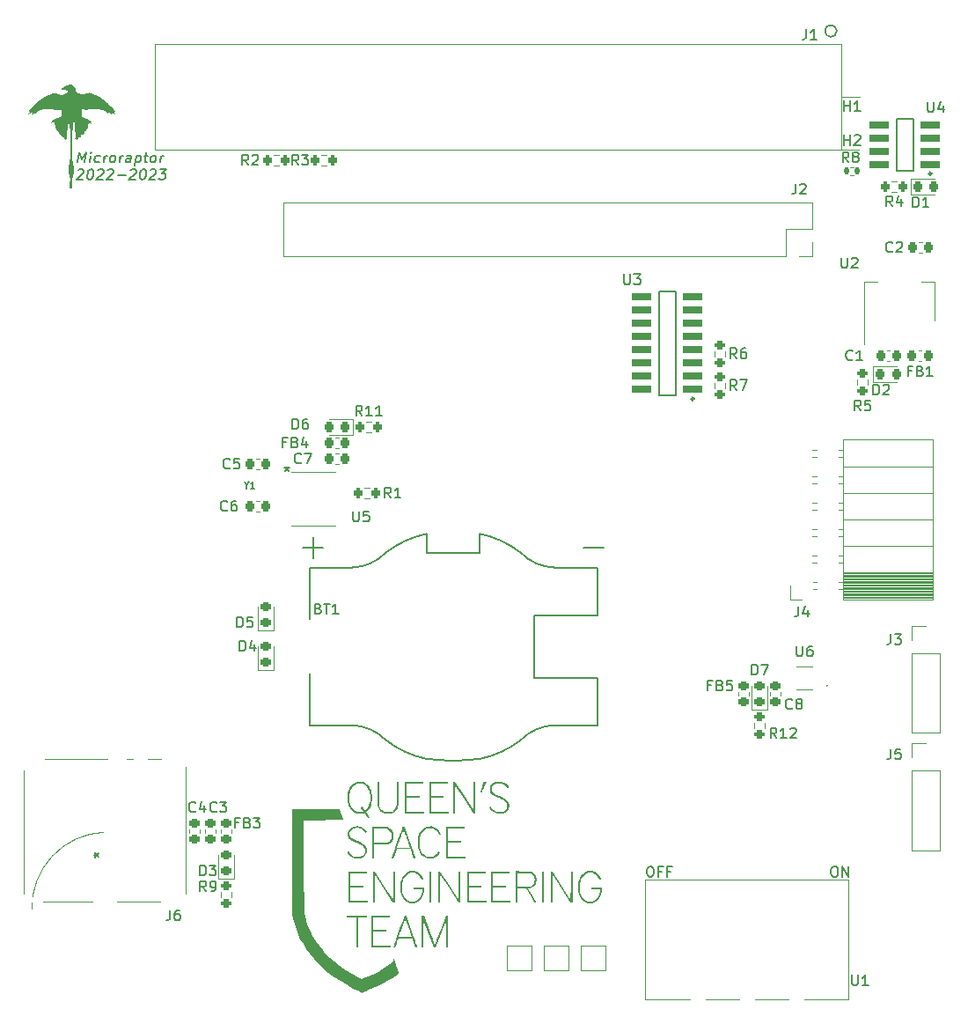
<source format=gto>
G04 #@! TF.GenerationSoftware,KiCad,Pcbnew,(6.0.7)*
G04 #@! TF.CreationDate,2022-12-20T16:10:49-05:00*
G04 #@! TF.ProjectId,obc-db,6f62632d-6462-42e6-9b69-6361645f7063,rev?*
G04 #@! TF.SameCoordinates,Original*
G04 #@! TF.FileFunction,Legend,Top*
G04 #@! TF.FilePolarity,Positive*
%FSLAX46Y46*%
G04 Gerber Fmt 4.6, Leading zero omitted, Abs format (unit mm)*
G04 Created by KiCad (PCBNEW (6.0.7)) date 2022-12-20 16:10:49*
%MOMM*%
%LPD*%
G01*
G04 APERTURE LIST*
G04 Aperture macros list*
%AMRoundRect*
0 Rectangle with rounded corners*
0 $1 Rounding radius*
0 $2 $3 $4 $5 $6 $7 $8 $9 X,Y pos of 4 corners*
0 Add a 4 corners polygon primitive as box body*
4,1,4,$2,$3,$4,$5,$6,$7,$8,$9,$2,$3,0*
0 Add four circle primitives for the rounded corners*
1,1,$1+$1,$2,$3*
1,1,$1+$1,$4,$5*
1,1,$1+$1,$6,$7*
1,1,$1+$1,$8,$9*
0 Add four rect primitives between the rounded corners*
20,1,$1+$1,$2,$3,$4,$5,0*
20,1,$1+$1,$4,$5,$6,$7,0*
20,1,$1+$1,$6,$7,$8,$9,0*
20,1,$1+$1,$8,$9,$2,$3,0*%
G04 Aperture macros list end*
%ADD10C,0.150000*%
%ADD11C,0.120000*%
%ADD12C,0.127000*%
%ADD13C,0.249999*%
%ADD14RoundRect,0.218750X0.256250X-0.218750X0.256250X0.218750X-0.256250X0.218750X-0.256250X-0.218750X0*%
%ADD15RoundRect,0.135000X0.135000X0.185000X-0.135000X0.185000X-0.135000X-0.185000X0.135000X-0.185000X0*%
%ADD16C,6.400000*%
%ADD17C,3.600000*%
%ADD18R,1.500000X2.000000*%
%ADD19R,3.800000X2.000000*%
%ADD20RoundRect,0.200000X-0.275000X0.200000X-0.275000X-0.200000X0.275000X-0.200000X0.275000X0.200000X0*%
%ADD21R,2.000000X2.000000*%
%ADD22RoundRect,0.200000X0.200000X0.275000X-0.200000X0.275000X-0.200000X-0.275000X0.200000X-0.275000X0*%
%ADD23RoundRect,0.225000X0.225000X0.250000X-0.225000X0.250000X-0.225000X-0.250000X0.225000X-0.250000X0*%
%ADD24RoundRect,0.225000X-0.225000X-0.250000X0.225000X-0.250000X0.225000X0.250000X-0.225000X0.250000X0*%
%ADD25C,2.600000*%
%ADD26C,4.400000*%
%ADD27R,3.050000X4.570000*%
%ADD28R,1.700000X1.700000*%
%ADD29O,1.700000X1.700000*%
%ADD30C,2.159000*%
%ADD31R,0.812800X0.254000*%
%ADD32R,1.752600X1.549400*%
%ADD33RoundRect,0.225000X-0.250000X0.225000X-0.250000X-0.225000X0.250000X-0.225000X0.250000X0.225000X0*%
%ADD34RoundRect,0.350001X0.899999X0.000001X0.899999X-0.000001X-0.899999X-0.000001X-0.899999X0.000001X0*%
%ADD35R,1.981200X0.558800*%
%ADD36R,0.711200X0.635000*%
%ADD37R,0.558800X1.549400*%
%ADD38R,0.711200X0.711200*%
%ADD39R,1.447800X0.558800*%
%ADD40R,1.651000X0.508000*%
%ADD41R,1.955800X0.558800*%
%ADD42R,1.854200X0.558800*%
%ADD43R,0.812800X0.508000*%
%ADD44R,1.143000X0.508000*%
%ADD45R,1.473200X1.016000*%
%ADD46RoundRect,0.218750X-0.218750X-0.256250X0.218750X-0.256250X0.218750X0.256250X-0.218750X0.256250X0*%
%ADD47RoundRect,0.218750X0.218750X0.256250X-0.218750X0.256250X-0.218750X-0.256250X0.218750X-0.256250X0*%
%ADD48R,1.524000X1.524000*%
%ADD49C,1.524000*%
%ADD50RoundRect,0.200000X-0.200000X-0.275000X0.200000X-0.275000X0.200000X0.275000X-0.200000X0.275000X0*%
%ADD51R,1.200000X0.600000*%
G04 APERTURE END LIST*
D10*
X187511961Y-49530000D02*
G75*
G03*
X187511961Y-49530000I-567961J0D01*
G01*
X187213952Y-129881380D02*
X187404428Y-129881380D01*
X187499666Y-129929000D01*
X187594904Y-130024238D01*
X187642523Y-130214714D01*
X187642523Y-130548047D01*
X187594904Y-130738523D01*
X187499666Y-130833761D01*
X187404428Y-130881380D01*
X187213952Y-130881380D01*
X187118714Y-130833761D01*
X187023476Y-130738523D01*
X186975857Y-130548047D01*
X186975857Y-130214714D01*
X187023476Y-130024238D01*
X187118714Y-129929000D01*
X187213952Y-129881380D01*
X188071095Y-130881380D02*
X188071095Y-129881380D01*
X188642523Y-130881380D01*
X188642523Y-129881380D01*
X169481619Y-129881380D02*
X169672095Y-129881380D01*
X169767333Y-129929000D01*
X169862571Y-130024238D01*
X169910190Y-130214714D01*
X169910190Y-130548047D01*
X169862571Y-130738523D01*
X169767333Y-130833761D01*
X169672095Y-130881380D01*
X169481619Y-130881380D01*
X169386380Y-130833761D01*
X169291142Y-130738523D01*
X169243523Y-130548047D01*
X169243523Y-130214714D01*
X169291142Y-130024238D01*
X169386380Y-129929000D01*
X169481619Y-129881380D01*
X170672095Y-130357571D02*
X170338761Y-130357571D01*
X170338761Y-130881380D02*
X170338761Y-129881380D01*
X170814952Y-129881380D01*
X171529238Y-130357571D02*
X171195904Y-130357571D01*
X171195904Y-130881380D02*
X171195904Y-129881380D01*
X171672095Y-129881380D01*
X114525327Y-62920619D02*
X114578898Y-62873000D01*
X114680089Y-62825380D01*
X114918184Y-62825380D01*
X115007470Y-62873000D01*
X115049136Y-62920619D01*
X115084851Y-63015857D01*
X115072946Y-63111095D01*
X115007470Y-63253952D01*
X114364613Y-63825380D01*
X114983660Y-63825380D01*
X115727708Y-62825380D02*
X115822946Y-62825380D01*
X115912232Y-62873000D01*
X115953898Y-62920619D01*
X115989613Y-63015857D01*
X116013422Y-63206333D01*
X115983660Y-63444428D01*
X115912232Y-63634904D01*
X115852708Y-63730142D01*
X115799136Y-63777761D01*
X115697946Y-63825380D01*
X115602708Y-63825380D01*
X115513422Y-63777761D01*
X115471755Y-63730142D01*
X115436041Y-63634904D01*
X115412232Y-63444428D01*
X115441994Y-63206333D01*
X115513422Y-63015857D01*
X115572946Y-62920619D01*
X115626517Y-62873000D01*
X115727708Y-62825380D01*
X116430089Y-62920619D02*
X116483660Y-62873000D01*
X116584851Y-62825380D01*
X116822946Y-62825380D01*
X116912232Y-62873000D01*
X116953898Y-62920619D01*
X116989613Y-63015857D01*
X116977708Y-63111095D01*
X116912232Y-63253952D01*
X116269375Y-63825380D01*
X116888422Y-63825380D01*
X117382470Y-62920619D02*
X117436041Y-62873000D01*
X117537232Y-62825380D01*
X117775327Y-62825380D01*
X117864613Y-62873000D01*
X117906279Y-62920619D01*
X117941994Y-63015857D01*
X117930089Y-63111095D01*
X117864613Y-63253952D01*
X117221755Y-63825380D01*
X117840803Y-63825380D01*
X118316994Y-63444428D02*
X119078898Y-63444428D01*
X119572946Y-62920619D02*
X119626517Y-62873000D01*
X119727708Y-62825380D01*
X119965803Y-62825380D01*
X120055089Y-62873000D01*
X120096755Y-62920619D01*
X120132470Y-63015857D01*
X120120565Y-63111095D01*
X120055089Y-63253952D01*
X119412232Y-63825380D01*
X120031279Y-63825380D01*
X120775327Y-62825380D02*
X120870565Y-62825380D01*
X120959851Y-62873000D01*
X121001517Y-62920619D01*
X121037232Y-63015857D01*
X121061041Y-63206333D01*
X121031279Y-63444428D01*
X120959851Y-63634904D01*
X120900327Y-63730142D01*
X120846755Y-63777761D01*
X120745565Y-63825380D01*
X120650327Y-63825380D01*
X120561041Y-63777761D01*
X120519375Y-63730142D01*
X120483660Y-63634904D01*
X120459851Y-63444428D01*
X120489613Y-63206333D01*
X120561041Y-63015857D01*
X120620565Y-62920619D01*
X120674136Y-62873000D01*
X120775327Y-62825380D01*
X121477708Y-62920619D02*
X121531279Y-62873000D01*
X121632470Y-62825380D01*
X121870565Y-62825380D01*
X121959851Y-62873000D01*
X122001517Y-62920619D01*
X122037232Y-63015857D01*
X122025327Y-63111095D01*
X121959851Y-63253952D01*
X121316994Y-63825380D01*
X121936041Y-63825380D01*
X122394375Y-62825380D02*
X123013422Y-62825380D01*
X122632470Y-63206333D01*
X122775327Y-63206333D01*
X122864613Y-63253952D01*
X122906279Y-63301571D01*
X122941994Y-63396809D01*
X122912232Y-63634904D01*
X122852708Y-63730142D01*
X122799136Y-63777761D01*
X122697946Y-63825380D01*
X122412232Y-63825380D01*
X122322946Y-63777761D01*
X122281279Y-63730142D01*
X114499517Y-62174380D02*
X114624517Y-61174380D01*
X114868565Y-61888666D01*
X115291184Y-61174380D01*
X115166184Y-62174380D01*
X115642375Y-62174380D02*
X115725708Y-61507714D01*
X115767375Y-61174380D02*
X115713803Y-61222000D01*
X115755470Y-61269619D01*
X115809041Y-61222000D01*
X115767375Y-61174380D01*
X115755470Y-61269619D01*
X116553089Y-62126761D02*
X116451898Y-62174380D01*
X116261422Y-62174380D01*
X116172136Y-62126761D01*
X116130470Y-62079142D01*
X116094755Y-61983904D01*
X116130470Y-61698190D01*
X116189994Y-61602952D01*
X116243565Y-61555333D01*
X116344755Y-61507714D01*
X116535232Y-61507714D01*
X116624517Y-61555333D01*
X116975708Y-62174380D02*
X117059041Y-61507714D01*
X117035232Y-61698190D02*
X117094755Y-61602952D01*
X117148327Y-61555333D01*
X117249517Y-61507714D01*
X117344755Y-61507714D01*
X117737613Y-62174380D02*
X117648327Y-62126761D01*
X117606660Y-62079142D01*
X117570946Y-61983904D01*
X117606660Y-61698190D01*
X117666184Y-61602952D01*
X117719755Y-61555333D01*
X117820946Y-61507714D01*
X117963803Y-61507714D01*
X118053089Y-61555333D01*
X118094755Y-61602952D01*
X118130470Y-61698190D01*
X118094755Y-61983904D01*
X118035232Y-62079142D01*
X117981660Y-62126761D01*
X117880470Y-62174380D01*
X117737613Y-62174380D01*
X118499517Y-62174380D02*
X118582851Y-61507714D01*
X118559041Y-61698190D02*
X118618565Y-61602952D01*
X118672136Y-61555333D01*
X118773327Y-61507714D01*
X118868565Y-61507714D01*
X119547136Y-62174380D02*
X119612613Y-61650571D01*
X119576898Y-61555333D01*
X119487613Y-61507714D01*
X119297136Y-61507714D01*
X119195946Y-61555333D01*
X119553089Y-62126761D02*
X119451898Y-62174380D01*
X119213803Y-62174380D01*
X119124517Y-62126761D01*
X119088803Y-62031523D01*
X119100708Y-61936285D01*
X119160232Y-61841047D01*
X119261422Y-61793428D01*
X119499517Y-61793428D01*
X119600708Y-61745809D01*
X120106660Y-61507714D02*
X119981660Y-62507714D01*
X120100708Y-61555333D02*
X120201898Y-61507714D01*
X120392375Y-61507714D01*
X120481660Y-61555333D01*
X120523327Y-61602952D01*
X120559041Y-61698190D01*
X120523327Y-61983904D01*
X120463803Y-62079142D01*
X120410232Y-62126761D01*
X120309041Y-62174380D01*
X120118565Y-62174380D01*
X120029279Y-62126761D01*
X120868565Y-61507714D02*
X121249517Y-61507714D01*
X121053089Y-61174380D02*
X120945946Y-62031523D01*
X120981660Y-62126761D01*
X121070946Y-62174380D01*
X121166184Y-62174380D01*
X121642375Y-62174380D02*
X121553089Y-62126761D01*
X121511422Y-62079142D01*
X121475708Y-61983904D01*
X121511422Y-61698190D01*
X121570946Y-61602952D01*
X121624517Y-61555333D01*
X121725708Y-61507714D01*
X121868565Y-61507714D01*
X121957851Y-61555333D01*
X121999517Y-61602952D01*
X122035232Y-61698190D01*
X121999517Y-61983904D01*
X121939994Y-62079142D01*
X121886422Y-62126761D01*
X121785232Y-62174380D01*
X121642375Y-62174380D01*
X122404279Y-62174380D02*
X122487613Y-61507714D01*
X122463803Y-61698190D02*
X122523327Y-61602952D01*
X122576898Y-61555333D01*
X122678089Y-61507714D01*
X122773327Y-61507714D01*
X126261904Y-130754380D02*
X126261904Y-129754380D01*
X126500000Y-129754380D01*
X126642857Y-129802000D01*
X126738095Y-129897238D01*
X126785714Y-129992476D01*
X126833333Y-130182952D01*
X126833333Y-130325809D01*
X126785714Y-130516285D01*
X126738095Y-130611523D01*
X126642857Y-130706761D01*
X126500000Y-130754380D01*
X126261904Y-130754380D01*
X127166666Y-129754380D02*
X127785714Y-129754380D01*
X127452380Y-130135333D01*
X127595238Y-130135333D01*
X127690476Y-130182952D01*
X127738095Y-130230571D01*
X127785714Y-130325809D01*
X127785714Y-130563904D01*
X127738095Y-130659142D01*
X127690476Y-130706761D01*
X127595238Y-130754380D01*
X127309523Y-130754380D01*
X127214285Y-130706761D01*
X127166666Y-130659142D01*
X188655692Y-62174380D02*
X188322359Y-61698190D01*
X188084263Y-62174380D02*
X188084263Y-61174380D01*
X188465216Y-61174380D01*
X188560454Y-61222000D01*
X188608073Y-61269619D01*
X188655692Y-61364857D01*
X188655692Y-61507714D01*
X188608073Y-61602952D01*
X188560454Y-61650571D01*
X188465216Y-61698190D01*
X188084263Y-61698190D01*
X189227120Y-61602952D02*
X189131882Y-61555333D01*
X189084263Y-61507714D01*
X189036644Y-61412476D01*
X189036644Y-61364857D01*
X189084263Y-61269619D01*
X189131882Y-61222000D01*
X189227120Y-61174380D01*
X189417597Y-61174380D01*
X189512835Y-61222000D01*
X189560454Y-61269619D01*
X189608073Y-61364857D01*
X189608073Y-61412476D01*
X189560454Y-61507714D01*
X189512835Y-61555333D01*
X189417597Y-61602952D01*
X189227120Y-61602952D01*
X189131882Y-61650571D01*
X189084263Y-61698190D01*
X189036644Y-61793428D01*
X189036644Y-61983904D01*
X189084263Y-62079142D01*
X189131882Y-62126761D01*
X189227120Y-62174380D01*
X189417597Y-62174380D01*
X189512835Y-62126761D01*
X189560454Y-62079142D01*
X189608073Y-61983904D01*
X189608073Y-61793428D01*
X189560454Y-61698190D01*
X189512835Y-61650571D01*
X189417597Y-61602952D01*
X179347904Y-111450380D02*
X179347904Y-110450380D01*
X179586000Y-110450380D01*
X179728857Y-110498000D01*
X179824095Y-110593238D01*
X179871714Y-110688476D01*
X179919333Y-110878952D01*
X179919333Y-111021809D01*
X179871714Y-111212285D01*
X179824095Y-111307523D01*
X179728857Y-111402761D01*
X179586000Y-111450380D01*
X179347904Y-111450380D01*
X180252666Y-110450380D02*
X180919333Y-110450380D01*
X180490761Y-111450380D01*
X187960095Y-71334380D02*
X187960095Y-72143904D01*
X188007714Y-72239142D01*
X188055333Y-72286761D01*
X188150571Y-72334380D01*
X188341047Y-72334380D01*
X188436285Y-72286761D01*
X188483904Y-72239142D01*
X188531523Y-72143904D01*
X188531523Y-71334380D01*
X188960095Y-71429619D02*
X189007714Y-71382000D01*
X189102952Y-71334380D01*
X189341047Y-71334380D01*
X189436285Y-71382000D01*
X189483904Y-71429619D01*
X189531523Y-71524857D01*
X189531523Y-71620095D01*
X189483904Y-71762952D01*
X188912476Y-72334380D01*
X189531523Y-72334380D01*
X189825333Y-86050380D02*
X189492000Y-85574190D01*
X189253904Y-86050380D02*
X189253904Y-85050380D01*
X189634857Y-85050380D01*
X189730095Y-85098000D01*
X189777714Y-85145619D01*
X189825333Y-85240857D01*
X189825333Y-85383714D01*
X189777714Y-85478952D01*
X189730095Y-85526571D01*
X189634857Y-85574190D01*
X189253904Y-85574190D01*
X190730095Y-85050380D02*
X190253904Y-85050380D01*
X190206285Y-85526571D01*
X190253904Y-85478952D01*
X190349142Y-85431333D01*
X190587238Y-85431333D01*
X190682476Y-85478952D01*
X190730095Y-85526571D01*
X190777714Y-85621809D01*
X190777714Y-85859904D01*
X190730095Y-85955142D01*
X190682476Y-86002761D01*
X190587238Y-86050380D01*
X190349142Y-86050380D01*
X190253904Y-86002761D01*
X190206285Y-85955142D01*
X192873333Y-66398380D02*
X192540000Y-65922190D01*
X192301904Y-66398380D02*
X192301904Y-65398380D01*
X192682857Y-65398380D01*
X192778095Y-65446000D01*
X192825714Y-65493619D01*
X192873333Y-65588857D01*
X192873333Y-65731714D01*
X192825714Y-65826952D01*
X192778095Y-65874571D01*
X192682857Y-65922190D01*
X192301904Y-65922190D01*
X193730476Y-65731714D02*
X193730476Y-66398380D01*
X193492380Y-65350761D02*
X193254285Y-66065047D01*
X193873333Y-66065047D01*
X192873333Y-70715142D02*
X192825714Y-70762761D01*
X192682857Y-70810380D01*
X192587619Y-70810380D01*
X192444761Y-70762761D01*
X192349523Y-70667523D01*
X192301904Y-70572285D01*
X192254285Y-70381809D01*
X192254285Y-70238952D01*
X192301904Y-70048476D01*
X192349523Y-69953238D01*
X192444761Y-69858000D01*
X192587619Y-69810380D01*
X192682857Y-69810380D01*
X192825714Y-69858000D01*
X192873333Y-69905619D01*
X193254285Y-69905619D02*
X193301904Y-69858000D01*
X193397142Y-69810380D01*
X193635238Y-69810380D01*
X193730476Y-69858000D01*
X193778095Y-69905619D01*
X193825714Y-70000857D01*
X193825714Y-70096095D01*
X193778095Y-70238952D01*
X193206666Y-70810380D01*
X193825714Y-70810380D01*
X135723333Y-62428380D02*
X135390000Y-61952190D01*
X135151904Y-62428380D02*
X135151904Y-61428380D01*
X135532857Y-61428380D01*
X135628095Y-61476000D01*
X135675714Y-61523619D01*
X135723333Y-61618857D01*
X135723333Y-61761714D01*
X135675714Y-61856952D01*
X135628095Y-61904571D01*
X135532857Y-61952190D01*
X135151904Y-61952190D01*
X136056666Y-61428380D02*
X136675714Y-61428380D01*
X136342380Y-61809333D01*
X136485238Y-61809333D01*
X136580476Y-61856952D01*
X136628095Y-61904571D01*
X136675714Y-61999809D01*
X136675714Y-62237904D01*
X136628095Y-62333142D01*
X136580476Y-62380761D01*
X136485238Y-62428380D01*
X136199523Y-62428380D01*
X136104285Y-62380761D01*
X136056666Y-62333142D01*
X128865333Y-95607142D02*
X128817714Y-95654761D01*
X128674857Y-95702380D01*
X128579619Y-95702380D01*
X128436761Y-95654761D01*
X128341523Y-95559523D01*
X128293904Y-95464285D01*
X128246285Y-95273809D01*
X128246285Y-95130952D01*
X128293904Y-94940476D01*
X128341523Y-94845238D01*
X128436761Y-94750000D01*
X128579619Y-94702380D01*
X128674857Y-94702380D01*
X128817714Y-94750000D01*
X128865333Y-94797619D01*
X129722476Y-94702380D02*
X129532000Y-94702380D01*
X129436761Y-94750000D01*
X129389142Y-94797619D01*
X129293904Y-94940476D01*
X129246285Y-95130952D01*
X129246285Y-95511904D01*
X129293904Y-95607142D01*
X129341523Y-95654761D01*
X129436761Y-95702380D01*
X129627238Y-95702380D01*
X129722476Y-95654761D01*
X129770095Y-95607142D01*
X129817714Y-95511904D01*
X129817714Y-95273809D01*
X129770095Y-95178571D01*
X129722476Y-95130952D01*
X129627238Y-95083333D01*
X129436761Y-95083333D01*
X129341523Y-95130952D01*
X129293904Y-95178571D01*
X129246285Y-95273809D01*
X137644285Y-105084571D02*
X137787142Y-105132190D01*
X137834761Y-105179809D01*
X137882380Y-105275047D01*
X137882380Y-105417904D01*
X137834761Y-105513142D01*
X137787142Y-105560761D01*
X137691904Y-105608380D01*
X137310952Y-105608380D01*
X137310952Y-104608380D01*
X137644285Y-104608380D01*
X137739523Y-104656000D01*
X137787142Y-104703619D01*
X137834761Y-104798857D01*
X137834761Y-104894095D01*
X137787142Y-104989333D01*
X137739523Y-105036952D01*
X137644285Y-105084571D01*
X137310952Y-105084571D01*
X138168095Y-104608380D02*
X138739523Y-104608380D01*
X138453809Y-105608380D02*
X138453809Y-104608380D01*
X139596666Y-105608380D02*
X139025238Y-105608380D01*
X139310952Y-105608380D02*
X139310952Y-104608380D01*
X139215714Y-104751238D01*
X139120476Y-104846476D01*
X139025238Y-104894095D01*
X192706666Y-107529380D02*
X192706666Y-108243666D01*
X192659047Y-108386523D01*
X192563809Y-108481761D01*
X192420952Y-108529380D01*
X192325714Y-108529380D01*
X193087619Y-107529380D02*
X193706666Y-107529380D01*
X193373333Y-107910333D01*
X193516190Y-107910333D01*
X193611428Y-107957952D01*
X193659047Y-108005571D01*
X193706666Y-108100809D01*
X193706666Y-108338904D01*
X193659047Y-108434142D01*
X193611428Y-108481761D01*
X193516190Y-108529380D01*
X193230476Y-108529380D01*
X193135238Y-108481761D01*
X193087619Y-108434142D01*
X188976095Y-140295380D02*
X188976095Y-141104904D01*
X189023714Y-141200142D01*
X189071333Y-141247761D01*
X189166571Y-141295380D01*
X189357047Y-141295380D01*
X189452285Y-141247761D01*
X189499904Y-141200142D01*
X189547523Y-141104904D01*
X189547523Y-140295380D01*
X190547523Y-141295380D02*
X189976095Y-141295380D01*
X190261809Y-141295380D02*
X190261809Y-140295380D01*
X190166571Y-140438238D01*
X190071333Y-140533476D01*
X189976095Y-140581095D01*
X183642095Y-108672380D02*
X183642095Y-109481904D01*
X183689714Y-109577142D01*
X183737333Y-109624761D01*
X183832571Y-109672380D01*
X184023047Y-109672380D01*
X184118285Y-109624761D01*
X184165904Y-109577142D01*
X184213523Y-109481904D01*
X184213523Y-108672380D01*
X185118285Y-108672380D02*
X184927809Y-108672380D01*
X184832571Y-108720000D01*
X184784952Y-108767619D01*
X184689714Y-108910476D01*
X184642095Y-109100952D01*
X184642095Y-109481904D01*
X184689714Y-109577142D01*
X184737333Y-109624761D01*
X184832571Y-109672380D01*
X185023047Y-109672380D01*
X185118285Y-109624761D01*
X185165904Y-109577142D01*
X185213523Y-109481904D01*
X185213523Y-109243809D01*
X185165904Y-109148571D01*
X185118285Y-109100952D01*
X185023047Y-109053333D01*
X184832571Y-109053333D01*
X184737333Y-109100952D01*
X184689714Y-109148571D01*
X184642095Y-109243809D01*
X144613333Y-94432380D02*
X144280000Y-93956190D01*
X144041904Y-94432380D02*
X144041904Y-93432380D01*
X144422857Y-93432380D01*
X144518095Y-93480000D01*
X144565714Y-93527619D01*
X144613333Y-93622857D01*
X144613333Y-93765714D01*
X144565714Y-93860952D01*
X144518095Y-93908571D01*
X144422857Y-93956190D01*
X144041904Y-93956190D01*
X145565714Y-94432380D02*
X144994285Y-94432380D01*
X145280000Y-94432380D02*
X145280000Y-93432380D01*
X145184761Y-93575238D01*
X145089523Y-93670476D01*
X144994285Y-93718095D01*
X127849333Y-124563142D02*
X127801714Y-124610761D01*
X127658857Y-124658380D01*
X127563619Y-124658380D01*
X127420761Y-124610761D01*
X127325523Y-124515523D01*
X127277904Y-124420285D01*
X127230285Y-124229809D01*
X127230285Y-124086952D01*
X127277904Y-123896476D01*
X127325523Y-123801238D01*
X127420761Y-123706000D01*
X127563619Y-123658380D01*
X127658857Y-123658380D01*
X127801714Y-123706000D01*
X127849333Y-123753619D01*
X128182666Y-123658380D02*
X128801714Y-123658380D01*
X128468380Y-124039333D01*
X128611238Y-124039333D01*
X128706476Y-124086952D01*
X128754095Y-124134571D01*
X128801714Y-124229809D01*
X128801714Y-124467904D01*
X128754095Y-124563142D01*
X128706476Y-124610761D01*
X128611238Y-124658380D01*
X128325523Y-124658380D01*
X128230285Y-124610761D01*
X128182666Y-124563142D01*
X177887333Y-81033380D02*
X177554000Y-80557190D01*
X177315904Y-81033380D02*
X177315904Y-80033380D01*
X177696857Y-80033380D01*
X177792095Y-80081000D01*
X177839714Y-80128619D01*
X177887333Y-80223857D01*
X177887333Y-80366714D01*
X177839714Y-80461952D01*
X177792095Y-80509571D01*
X177696857Y-80557190D01*
X177315904Y-80557190D01*
X178744476Y-80033380D02*
X178554000Y-80033380D01*
X178458761Y-80081000D01*
X178411142Y-80128619D01*
X178315904Y-80271476D01*
X178268285Y-80461952D01*
X178268285Y-80842904D01*
X178315904Y-80938142D01*
X178363523Y-80985761D01*
X178458761Y-81033380D01*
X178649238Y-81033380D01*
X178744476Y-80985761D01*
X178792095Y-80938142D01*
X178839714Y-80842904D01*
X178839714Y-80604809D01*
X178792095Y-80509571D01*
X178744476Y-80461952D01*
X178649238Y-80414333D01*
X178458761Y-80414333D01*
X178363523Y-80461952D01*
X178315904Y-80509571D01*
X178268285Y-80604809D01*
X183562666Y-64222380D02*
X183562666Y-64936666D01*
X183515047Y-65079523D01*
X183419809Y-65174761D01*
X183276952Y-65222380D01*
X183181714Y-65222380D01*
X183991238Y-64317619D02*
X184038857Y-64270000D01*
X184134095Y-64222380D01*
X184372190Y-64222380D01*
X184467428Y-64270000D01*
X184515047Y-64317619D01*
X184562666Y-64412857D01*
X184562666Y-64508095D01*
X184515047Y-64650952D01*
X183943619Y-65222380D01*
X184562666Y-65222380D01*
X125817333Y-124563142D02*
X125769714Y-124610761D01*
X125626857Y-124658380D01*
X125531619Y-124658380D01*
X125388761Y-124610761D01*
X125293523Y-124515523D01*
X125245904Y-124420285D01*
X125198285Y-124229809D01*
X125198285Y-124086952D01*
X125245904Y-123896476D01*
X125293523Y-123801238D01*
X125388761Y-123706000D01*
X125531619Y-123658380D01*
X125626857Y-123658380D01*
X125769714Y-123706000D01*
X125817333Y-123753619D01*
X126674476Y-123991714D02*
X126674476Y-124658380D01*
X126436380Y-123610761D02*
X126198285Y-124325047D01*
X126817333Y-124325047D01*
X129119333Y-91543142D02*
X129071714Y-91590761D01*
X128928857Y-91638380D01*
X128833619Y-91638380D01*
X128690761Y-91590761D01*
X128595523Y-91495523D01*
X128547904Y-91400285D01*
X128500285Y-91209809D01*
X128500285Y-91066952D01*
X128547904Y-90876476D01*
X128595523Y-90781238D01*
X128690761Y-90686000D01*
X128833619Y-90638380D01*
X128928857Y-90638380D01*
X129071714Y-90686000D01*
X129119333Y-90733619D01*
X130024095Y-90638380D02*
X129547904Y-90638380D01*
X129500285Y-91114571D01*
X129547904Y-91066952D01*
X129643142Y-91019333D01*
X129881238Y-91019333D01*
X129976476Y-91066952D01*
X130024095Y-91114571D01*
X130071714Y-91209809D01*
X130071714Y-91447904D01*
X130024095Y-91543142D01*
X129976476Y-91590761D01*
X129881238Y-91638380D01*
X129643142Y-91638380D01*
X129547904Y-91590761D01*
X129500285Y-91543142D01*
X196260595Y-56348380D02*
X196260595Y-57157904D01*
X196308214Y-57253142D01*
X196355833Y-57300761D01*
X196451071Y-57348380D01*
X196641547Y-57348380D01*
X196736785Y-57300761D01*
X196784404Y-57253142D01*
X196832023Y-57157904D01*
X196832023Y-56348380D01*
X197736785Y-56681714D02*
X197736785Y-57348380D01*
X197498690Y-56300761D02*
X197260595Y-57015047D01*
X197879642Y-57015047D01*
X130071904Y-109164380D02*
X130071904Y-108164380D01*
X130310000Y-108164380D01*
X130452857Y-108212000D01*
X130548095Y-108307238D01*
X130595714Y-108402476D01*
X130643333Y-108592952D01*
X130643333Y-108735809D01*
X130595714Y-108926285D01*
X130548095Y-109021523D01*
X130452857Y-109116761D01*
X130310000Y-109164380D01*
X130071904Y-109164380D01*
X131500476Y-108497714D02*
X131500476Y-109164380D01*
X131262380Y-108116761D02*
X131024285Y-108831047D01*
X131643333Y-108831047D01*
X140970095Y-95718380D02*
X140970095Y-96527904D01*
X141017714Y-96623142D01*
X141065333Y-96670761D01*
X141160571Y-96718380D01*
X141351047Y-96718380D01*
X141446285Y-96670761D01*
X141493904Y-96623142D01*
X141541523Y-96527904D01*
X141541523Y-95718380D01*
X142493904Y-95718380D02*
X142017714Y-95718380D01*
X141970095Y-96194571D01*
X142017714Y-96146952D01*
X142112952Y-96099333D01*
X142351047Y-96099333D01*
X142446285Y-96146952D01*
X142493904Y-96194571D01*
X142541523Y-96289809D01*
X142541523Y-96527904D01*
X142493904Y-96623142D01*
X142446285Y-96670761D01*
X142351047Y-96718380D01*
X142112952Y-96718380D01*
X142017714Y-96670761D01*
X141970095Y-96623142D01*
X134620000Y-91400380D02*
X134620000Y-91638476D01*
X134381904Y-91543238D02*
X134620000Y-91638476D01*
X134858095Y-91543238D01*
X134477142Y-91828952D02*
X134620000Y-91638476D01*
X134762857Y-91828952D01*
X183816666Y-104862380D02*
X183816666Y-105576666D01*
X183769047Y-105719523D01*
X183673809Y-105814761D01*
X183530952Y-105862380D01*
X183435714Y-105862380D01*
X184721428Y-105195714D02*
X184721428Y-105862380D01*
X184483333Y-104814761D02*
X184245238Y-105529047D01*
X184864285Y-105529047D01*
X123364666Y-134072380D02*
X123364666Y-134786666D01*
X123317047Y-134929523D01*
X123221809Y-135024761D01*
X123078952Y-135072380D01*
X122983714Y-135072380D01*
X124269428Y-134072380D02*
X124078952Y-134072380D01*
X123983714Y-134120000D01*
X123936095Y-134167619D01*
X123840857Y-134310476D01*
X123793238Y-134500952D01*
X123793238Y-134881904D01*
X123840857Y-134977142D01*
X123888476Y-135024761D01*
X123983714Y-135072380D01*
X124174190Y-135072380D01*
X124269428Y-135024761D01*
X124317047Y-134977142D01*
X124364666Y-134881904D01*
X124364666Y-134643809D01*
X124317047Y-134548571D01*
X124269428Y-134500952D01*
X124174190Y-134453333D01*
X123983714Y-134453333D01*
X123888476Y-134500952D01*
X123840857Y-134548571D01*
X123793238Y-134643809D01*
X116038380Y-128778000D02*
X116276476Y-128778000D01*
X116181238Y-129016095D02*
X116276476Y-128778000D01*
X116181238Y-128539904D01*
X116466952Y-128920857D02*
X116276476Y-128778000D01*
X116466952Y-128635142D01*
X129976666Y-125658571D02*
X129643333Y-125658571D01*
X129643333Y-126182380D02*
X129643333Y-125182380D01*
X130119523Y-125182380D01*
X130833809Y-125658571D02*
X130976666Y-125706190D01*
X131024285Y-125753809D01*
X131071904Y-125849047D01*
X131071904Y-125991904D01*
X131024285Y-126087142D01*
X130976666Y-126134761D01*
X130881428Y-126182380D01*
X130500476Y-126182380D01*
X130500476Y-125182380D01*
X130833809Y-125182380D01*
X130929047Y-125230000D01*
X130976666Y-125277619D01*
X131024285Y-125372857D01*
X131024285Y-125468095D01*
X130976666Y-125563333D01*
X130929047Y-125610952D01*
X130833809Y-125658571D01*
X130500476Y-125658571D01*
X131405238Y-125182380D02*
X132024285Y-125182380D01*
X131690952Y-125563333D01*
X131833809Y-125563333D01*
X131929047Y-125610952D01*
X131976666Y-125658571D01*
X132024285Y-125753809D01*
X132024285Y-125991904D01*
X131976666Y-126087142D01*
X131929047Y-126134761D01*
X131833809Y-126182380D01*
X131548095Y-126182380D01*
X131452857Y-126134761D01*
X131405238Y-126087142D01*
X175442666Y-112450571D02*
X175109333Y-112450571D01*
X175109333Y-112974380D02*
X175109333Y-111974380D01*
X175585523Y-111974380D01*
X176299809Y-112450571D02*
X176442666Y-112498190D01*
X176490285Y-112545809D01*
X176537904Y-112641047D01*
X176537904Y-112783904D01*
X176490285Y-112879142D01*
X176442666Y-112926761D01*
X176347428Y-112974380D01*
X175966476Y-112974380D01*
X175966476Y-111974380D01*
X176299809Y-111974380D01*
X176395047Y-112022000D01*
X176442666Y-112069619D01*
X176490285Y-112164857D01*
X176490285Y-112260095D01*
X176442666Y-112355333D01*
X176395047Y-112402952D01*
X176299809Y-112450571D01*
X175966476Y-112450571D01*
X177442666Y-111974380D02*
X176966476Y-111974380D01*
X176918857Y-112450571D01*
X176966476Y-112402952D01*
X177061714Y-112355333D01*
X177299809Y-112355333D01*
X177395047Y-112402952D01*
X177442666Y-112450571D01*
X177490285Y-112545809D01*
X177490285Y-112783904D01*
X177442666Y-112879142D01*
X177395047Y-112926761D01*
X177299809Y-112974380D01*
X177061714Y-112974380D01*
X176966476Y-112926761D01*
X176918857Y-112879142D01*
X191031904Y-84526380D02*
X191031904Y-83526380D01*
X191270000Y-83526380D01*
X191412857Y-83574000D01*
X191508095Y-83669238D01*
X191555714Y-83764476D01*
X191603333Y-83954952D01*
X191603333Y-84097809D01*
X191555714Y-84288285D01*
X191508095Y-84383523D01*
X191412857Y-84478761D01*
X191270000Y-84526380D01*
X191031904Y-84526380D01*
X191984285Y-83621619D02*
X192031904Y-83574000D01*
X192127142Y-83526380D01*
X192365238Y-83526380D01*
X192460476Y-83574000D01*
X192508095Y-83621619D01*
X192555714Y-83716857D01*
X192555714Y-83812095D01*
X192508095Y-83954952D01*
X191936666Y-84526380D01*
X192555714Y-84526380D01*
X135151904Y-87828380D02*
X135151904Y-86828380D01*
X135390000Y-86828380D01*
X135532857Y-86876000D01*
X135628095Y-86971238D01*
X135675714Y-87066476D01*
X135723333Y-87256952D01*
X135723333Y-87399809D01*
X135675714Y-87590285D01*
X135628095Y-87685523D01*
X135532857Y-87780761D01*
X135390000Y-87828380D01*
X135151904Y-87828380D01*
X136580476Y-86828380D02*
X136390000Y-86828380D01*
X136294761Y-86876000D01*
X136247142Y-86923619D01*
X136151904Y-87066476D01*
X136104285Y-87256952D01*
X136104285Y-87637904D01*
X136151904Y-87733142D01*
X136199523Y-87780761D01*
X136294761Y-87828380D01*
X136485238Y-87828380D01*
X136580476Y-87780761D01*
X136628095Y-87733142D01*
X136675714Y-87637904D01*
X136675714Y-87399809D01*
X136628095Y-87304571D01*
X136580476Y-87256952D01*
X136485238Y-87209333D01*
X136294761Y-87209333D01*
X136199523Y-87256952D01*
X136151904Y-87304571D01*
X136104285Y-87399809D01*
X184578666Y-49363380D02*
X184578666Y-50077666D01*
X184531047Y-50220523D01*
X184435809Y-50315761D01*
X184292952Y-50363380D01*
X184197714Y-50363380D01*
X185578666Y-50363380D02*
X185007238Y-50363380D01*
X185292952Y-50363380D02*
X185292952Y-49363380D01*
X185197714Y-49506238D01*
X185102476Y-49601476D01*
X185007238Y-49649095D01*
X188214095Y-57221380D02*
X188214095Y-56221380D01*
X188214095Y-56697571D02*
X188785523Y-56697571D01*
X188785523Y-57221380D02*
X188785523Y-56221380D01*
X189785523Y-57221380D02*
X189214095Y-57221380D01*
X189499809Y-57221380D02*
X189499809Y-56221380D01*
X189404571Y-56364238D01*
X189309333Y-56459476D01*
X189214095Y-56507095D01*
X188214095Y-60523380D02*
X188214095Y-59523380D01*
X188214095Y-59999571D02*
X188785523Y-59999571D01*
X188785523Y-60523380D02*
X188785523Y-59523380D01*
X189214095Y-59618619D02*
X189261714Y-59571000D01*
X189356952Y-59523380D01*
X189595047Y-59523380D01*
X189690285Y-59571000D01*
X189737904Y-59618619D01*
X189785523Y-59713857D01*
X189785523Y-59809095D01*
X189737904Y-59951952D01*
X189166476Y-60523380D01*
X189785523Y-60523380D01*
X167050595Y-72921380D02*
X167050595Y-73730904D01*
X167098214Y-73826142D01*
X167145833Y-73873761D01*
X167241071Y-73921380D01*
X167431547Y-73921380D01*
X167526785Y-73873761D01*
X167574404Y-73826142D01*
X167622023Y-73730904D01*
X167622023Y-72921380D01*
X168002976Y-72921380D02*
X168622023Y-72921380D01*
X168288690Y-73302333D01*
X168431547Y-73302333D01*
X168526785Y-73349952D01*
X168574404Y-73397571D01*
X168622023Y-73492809D01*
X168622023Y-73730904D01*
X168574404Y-73826142D01*
X168526785Y-73873761D01*
X168431547Y-73921380D01*
X168145833Y-73921380D01*
X168050595Y-73873761D01*
X168002976Y-73826142D01*
X194695666Y-82224571D02*
X194362333Y-82224571D01*
X194362333Y-82748380D02*
X194362333Y-81748380D01*
X194838523Y-81748380D01*
X195552809Y-82224571D02*
X195695666Y-82272190D01*
X195743285Y-82319809D01*
X195790904Y-82415047D01*
X195790904Y-82557904D01*
X195743285Y-82653142D01*
X195695666Y-82700761D01*
X195600428Y-82748380D01*
X195219476Y-82748380D01*
X195219476Y-81748380D01*
X195552809Y-81748380D01*
X195648047Y-81796000D01*
X195695666Y-81843619D01*
X195743285Y-81938857D01*
X195743285Y-82034095D01*
X195695666Y-82129333D01*
X195648047Y-82176952D01*
X195552809Y-82224571D01*
X195219476Y-82224571D01*
X196743285Y-82748380D02*
X196171857Y-82748380D01*
X196457571Y-82748380D02*
X196457571Y-81748380D01*
X196362333Y-81891238D01*
X196267095Y-81986476D01*
X196171857Y-82034095D01*
X126833333Y-132278380D02*
X126500000Y-131802190D01*
X126261904Y-132278380D02*
X126261904Y-131278380D01*
X126642857Y-131278380D01*
X126738095Y-131326000D01*
X126785714Y-131373619D01*
X126833333Y-131468857D01*
X126833333Y-131611714D01*
X126785714Y-131706952D01*
X126738095Y-131754571D01*
X126642857Y-131802190D01*
X126261904Y-131802190D01*
X127309523Y-132278380D02*
X127500000Y-132278380D01*
X127595238Y-132230761D01*
X127642857Y-132183142D01*
X127738095Y-132040285D01*
X127785714Y-131849809D01*
X127785714Y-131468857D01*
X127738095Y-131373619D01*
X127690476Y-131326000D01*
X127595238Y-131278380D01*
X127404761Y-131278380D01*
X127309523Y-131326000D01*
X127261904Y-131373619D01*
X127214285Y-131468857D01*
X127214285Y-131706952D01*
X127261904Y-131802190D01*
X127309523Y-131849809D01*
X127404761Y-131897428D01*
X127595238Y-131897428D01*
X127690476Y-131849809D01*
X127738095Y-131802190D01*
X127785714Y-131706952D01*
X130897333Y-62428380D02*
X130564000Y-61952190D01*
X130325904Y-62428380D02*
X130325904Y-61428380D01*
X130706857Y-61428380D01*
X130802095Y-61476000D01*
X130849714Y-61523619D01*
X130897333Y-61618857D01*
X130897333Y-61761714D01*
X130849714Y-61856952D01*
X130802095Y-61904571D01*
X130706857Y-61952190D01*
X130325904Y-61952190D01*
X131278285Y-61523619D02*
X131325904Y-61476000D01*
X131421142Y-61428380D01*
X131659238Y-61428380D01*
X131754476Y-61476000D01*
X131802095Y-61523619D01*
X131849714Y-61618857D01*
X131849714Y-61714095D01*
X131802095Y-61856952D01*
X131230666Y-62428380D01*
X131849714Y-62428380D01*
X183221333Y-114657142D02*
X183173714Y-114704761D01*
X183030857Y-114752380D01*
X182935619Y-114752380D01*
X182792761Y-114704761D01*
X182697523Y-114609523D01*
X182649904Y-114514285D01*
X182602285Y-114323809D01*
X182602285Y-114180952D01*
X182649904Y-113990476D01*
X182697523Y-113895238D01*
X182792761Y-113800000D01*
X182935619Y-113752380D01*
X183030857Y-113752380D01*
X183173714Y-113800000D01*
X183221333Y-113847619D01*
X183792761Y-114180952D02*
X183697523Y-114133333D01*
X183649904Y-114085714D01*
X183602285Y-113990476D01*
X183602285Y-113942857D01*
X183649904Y-113847619D01*
X183697523Y-113800000D01*
X183792761Y-113752380D01*
X183983238Y-113752380D01*
X184078476Y-113800000D01*
X184126095Y-113847619D01*
X184173714Y-113942857D01*
X184173714Y-113990476D01*
X184126095Y-114085714D01*
X184078476Y-114133333D01*
X183983238Y-114180952D01*
X183792761Y-114180952D01*
X183697523Y-114228571D01*
X183649904Y-114276190D01*
X183602285Y-114371428D01*
X183602285Y-114561904D01*
X183649904Y-114657142D01*
X183697523Y-114704761D01*
X183792761Y-114752380D01*
X183983238Y-114752380D01*
X184078476Y-114704761D01*
X184126095Y-114657142D01*
X184173714Y-114561904D01*
X184173714Y-114371428D01*
X184126095Y-114276190D01*
X184078476Y-114228571D01*
X183983238Y-114180952D01*
X134548666Y-89082571D02*
X134215333Y-89082571D01*
X134215333Y-89606380D02*
X134215333Y-88606380D01*
X134691523Y-88606380D01*
X135405809Y-89082571D02*
X135548666Y-89130190D01*
X135596285Y-89177809D01*
X135643904Y-89273047D01*
X135643904Y-89415904D01*
X135596285Y-89511142D01*
X135548666Y-89558761D01*
X135453428Y-89606380D01*
X135072476Y-89606380D01*
X135072476Y-88606380D01*
X135405809Y-88606380D01*
X135501047Y-88654000D01*
X135548666Y-88701619D01*
X135596285Y-88796857D01*
X135596285Y-88892095D01*
X135548666Y-88987333D01*
X135501047Y-89034952D01*
X135405809Y-89082571D01*
X135072476Y-89082571D01*
X136501047Y-88939714D02*
X136501047Y-89606380D01*
X136262952Y-88558761D02*
X136024857Y-89273047D01*
X136643904Y-89273047D01*
X141851142Y-86558380D02*
X141517809Y-86082190D01*
X141279714Y-86558380D02*
X141279714Y-85558380D01*
X141660666Y-85558380D01*
X141755904Y-85606000D01*
X141803523Y-85653619D01*
X141851142Y-85748857D01*
X141851142Y-85891714D01*
X141803523Y-85986952D01*
X141755904Y-86034571D01*
X141660666Y-86082190D01*
X141279714Y-86082190D01*
X142803523Y-86558380D02*
X142232095Y-86558380D01*
X142517809Y-86558380D02*
X142517809Y-85558380D01*
X142422571Y-85701238D01*
X142327333Y-85796476D01*
X142232095Y-85844095D01*
X143755904Y-86558380D02*
X143184476Y-86558380D01*
X143470190Y-86558380D02*
X143470190Y-85558380D01*
X143374952Y-85701238D01*
X143279714Y-85796476D01*
X143184476Y-85844095D01*
X130759238Y-93202761D02*
X130759238Y-93507523D01*
X130545904Y-92867523D02*
X130759238Y-93202761D01*
X130972571Y-92867523D01*
X131521142Y-93507523D02*
X131155428Y-93507523D01*
X131338285Y-93507523D02*
X131338285Y-92867523D01*
X131277333Y-92958952D01*
X131216380Y-93019904D01*
X131155428Y-93050380D01*
X181729142Y-117546380D02*
X181395809Y-117070190D01*
X181157714Y-117546380D02*
X181157714Y-116546380D01*
X181538666Y-116546380D01*
X181633904Y-116594000D01*
X181681523Y-116641619D01*
X181729142Y-116736857D01*
X181729142Y-116879714D01*
X181681523Y-116974952D01*
X181633904Y-117022571D01*
X181538666Y-117070190D01*
X181157714Y-117070190D01*
X182681523Y-117546380D02*
X182110095Y-117546380D01*
X182395809Y-117546380D02*
X182395809Y-116546380D01*
X182300571Y-116689238D01*
X182205333Y-116784476D01*
X182110095Y-116832095D01*
X183062476Y-116641619D02*
X183110095Y-116594000D01*
X183205333Y-116546380D01*
X183443428Y-116546380D01*
X183538666Y-116594000D01*
X183586285Y-116641619D01*
X183633904Y-116736857D01*
X183633904Y-116832095D01*
X183586285Y-116974952D01*
X183014857Y-117546380D01*
X183633904Y-117546380D01*
X129817904Y-106878380D02*
X129817904Y-105878380D01*
X130056000Y-105878380D01*
X130198857Y-105926000D01*
X130294095Y-106021238D01*
X130341714Y-106116476D01*
X130389333Y-106306952D01*
X130389333Y-106449809D01*
X130341714Y-106640285D01*
X130294095Y-106735523D01*
X130198857Y-106830761D01*
X130056000Y-106878380D01*
X129817904Y-106878380D01*
X131294095Y-105878380D02*
X130817904Y-105878380D01*
X130770285Y-106354571D01*
X130817904Y-106306952D01*
X130913142Y-106259333D01*
X131151238Y-106259333D01*
X131246476Y-106306952D01*
X131294095Y-106354571D01*
X131341714Y-106449809D01*
X131341714Y-106687904D01*
X131294095Y-106783142D01*
X131246476Y-106830761D01*
X131151238Y-106878380D01*
X130913142Y-106878380D01*
X130817904Y-106830761D01*
X130770285Y-106783142D01*
X177887333Y-84081380D02*
X177554000Y-83605190D01*
X177315904Y-84081380D02*
X177315904Y-83081380D01*
X177696857Y-83081380D01*
X177792095Y-83129000D01*
X177839714Y-83176619D01*
X177887333Y-83271857D01*
X177887333Y-83414714D01*
X177839714Y-83509952D01*
X177792095Y-83557571D01*
X177696857Y-83605190D01*
X177315904Y-83605190D01*
X178220666Y-83081380D02*
X178887333Y-83081380D01*
X178458761Y-84081380D01*
X135977333Y-91035142D02*
X135929714Y-91082761D01*
X135786857Y-91130380D01*
X135691619Y-91130380D01*
X135548761Y-91082761D01*
X135453523Y-90987523D01*
X135405904Y-90892285D01*
X135358285Y-90701809D01*
X135358285Y-90558952D01*
X135405904Y-90368476D01*
X135453523Y-90273238D01*
X135548761Y-90178000D01*
X135691619Y-90130380D01*
X135786857Y-90130380D01*
X135929714Y-90178000D01*
X135977333Y-90225619D01*
X136310666Y-90130380D02*
X136977333Y-90130380D01*
X136548761Y-91130380D01*
X192706666Y-118568380D02*
X192706666Y-119282666D01*
X192659047Y-119425523D01*
X192563809Y-119520761D01*
X192420952Y-119568380D01*
X192325714Y-119568380D01*
X193659047Y-118568380D02*
X193182857Y-118568380D01*
X193135238Y-119044571D01*
X193182857Y-118996952D01*
X193278095Y-118949333D01*
X193516190Y-118949333D01*
X193611428Y-118996952D01*
X193659047Y-119044571D01*
X193706666Y-119139809D01*
X193706666Y-119377904D01*
X193659047Y-119473142D01*
X193611428Y-119520761D01*
X193516190Y-119568380D01*
X193278095Y-119568380D01*
X193182857Y-119520761D01*
X193135238Y-119473142D01*
X189037833Y-81129142D02*
X188990214Y-81176761D01*
X188847357Y-81224380D01*
X188752119Y-81224380D01*
X188609261Y-81176761D01*
X188514023Y-81081523D01*
X188466404Y-80986285D01*
X188418785Y-80795809D01*
X188418785Y-80652952D01*
X188466404Y-80462476D01*
X188514023Y-80367238D01*
X188609261Y-80272000D01*
X188752119Y-80224380D01*
X188847357Y-80224380D01*
X188990214Y-80272000D01*
X189037833Y-80319619D01*
X189990214Y-81224380D02*
X189418785Y-81224380D01*
X189704500Y-81224380D02*
X189704500Y-80224380D01*
X189609261Y-80367238D01*
X189514023Y-80462476D01*
X189418785Y-80510095D01*
X194841904Y-66492380D02*
X194841904Y-65492380D01*
X195080000Y-65492380D01*
X195222857Y-65540000D01*
X195318095Y-65635238D01*
X195365714Y-65730476D01*
X195413333Y-65920952D01*
X195413333Y-66063809D01*
X195365714Y-66254285D01*
X195318095Y-66349523D01*
X195222857Y-66444761D01*
X195080000Y-66492380D01*
X194841904Y-66492380D01*
X196365714Y-66492380D02*
X195794285Y-66492380D01*
X196080000Y-66492380D02*
X196080000Y-65492380D01*
X195984761Y-65635238D01*
X195889523Y-65730476D01*
X195794285Y-65778095D01*
D11*
X128043000Y-128740000D02*
X128043000Y-131025000D01*
X129513000Y-131025000D02*
X129513000Y-128740000D01*
X128043000Y-131025000D02*
X129513000Y-131025000D01*
X189129641Y-62612000D02*
X188822359Y-62612000D01*
X189129641Y-63372000D02*
X188822359Y-63372000D01*
G36*
X151723712Y-126220231D02*
G01*
X150114000Y-126220231D01*
X150114000Y-127411836D01*
X151347415Y-127411836D01*
X151347415Y-127579079D01*
X150114000Y-127579079D01*
X150114000Y-128917021D01*
X151807333Y-128917021D01*
X151807333Y-129084264D01*
X149946757Y-129084264D01*
X149946757Y-126052988D01*
X151723712Y-126052988D01*
X151723712Y-126220231D01*
G37*
G36*
X157331572Y-130342562D02*
G01*
X158047580Y-130349037D01*
X158177661Y-130409123D01*
X158326351Y-130499530D01*
X158448085Y-130617915D01*
X158541234Y-130758989D01*
X158604173Y-130917463D01*
X158635272Y-131088050D01*
X158632903Y-131265459D01*
X158595440Y-131444404D01*
X158539432Y-131584450D01*
X158445511Y-131729506D01*
X158321449Y-131846834D01*
X158170096Y-131934396D01*
X157994299Y-131990149D01*
X157965096Y-131995803D01*
X157897856Y-132008202D01*
X157849777Y-132017866D01*
X157832742Y-132022206D01*
X157842017Y-132040216D01*
X157870952Y-132089827D01*
X157917169Y-132167111D01*
X157978289Y-132268137D01*
X158051935Y-132388976D01*
X158135728Y-132525699D01*
X158227290Y-132674376D01*
X158235170Y-132687140D01*
X158327534Y-132837000D01*
X158412583Y-132975531D01*
X158487893Y-133098748D01*
X158551044Y-133202664D01*
X158599614Y-133283295D01*
X158631180Y-133336653D01*
X158643322Y-133358753D01*
X158643382Y-133359037D01*
X158624605Y-133365306D01*
X158576762Y-133369213D01*
X158542458Y-133369860D01*
X158441534Y-133369860D01*
X158025051Y-132690712D01*
X157608568Y-132011563D01*
X156782806Y-132011013D01*
X156782806Y-133369860D01*
X156615563Y-133369860D01*
X156615563Y-131843770D01*
X156782806Y-131843770D01*
X157383835Y-131843566D01*
X157558365Y-131843408D01*
X157696395Y-131842816D01*
X157803236Y-131841416D01*
X157884199Y-131838833D01*
X157944594Y-131834693D01*
X157989733Y-131828621D01*
X158024925Y-131820243D01*
X158055483Y-131809183D01*
X158086716Y-131795068D01*
X158089391Y-131793801D01*
X158217311Y-131711193D01*
X158325079Y-131597564D01*
X158396697Y-131477926D01*
X158428780Y-131375206D01*
X158445590Y-131249745D01*
X158447042Y-131116583D01*
X158433050Y-130990761D01*
X158403531Y-130887318D01*
X158400084Y-130879565D01*
X158326322Y-130757472D01*
X158228738Y-130650348D01*
X158118682Y-130570051D01*
X158089391Y-130555015D01*
X158057734Y-130540858D01*
X158026931Y-130529741D01*
X157991667Y-130521295D01*
X157946624Y-130515151D01*
X157886486Y-130510939D01*
X157805935Y-130508290D01*
X157699655Y-130506836D01*
X157562330Y-130506207D01*
X157388643Y-130506033D01*
X157383835Y-130506032D01*
X156782806Y-130505828D01*
X156782806Y-131843770D01*
X156615563Y-131843770D01*
X156615563Y-130336087D01*
X157331572Y-130342562D01*
G37*
G36*
X151695023Y-123120106D02*
G01*
X152570378Y-124493725D01*
X152575755Y-123120106D01*
X152581132Y-121746486D01*
X152748074Y-121746486D01*
X152748074Y-124777762D01*
X152549447Y-124777762D01*
X151681888Y-123414345D01*
X150814329Y-122050927D01*
X150808951Y-123414345D01*
X150803573Y-124777762D01*
X150636633Y-124777762D01*
X150636633Y-121746486D01*
X150819667Y-121746486D01*
X151695023Y-123120106D01*
G37*
G36*
X150093094Y-121913729D02*
G01*
X148483382Y-121913729D01*
X148483382Y-123105334D01*
X149716798Y-123105334D01*
X149716798Y-123272577D01*
X148483382Y-123272577D01*
X148483382Y-124610519D01*
X150176716Y-124610519D01*
X150176716Y-124777762D01*
X148316140Y-124777762D01*
X148316140Y-121746486D01*
X150093094Y-121746486D01*
X150093094Y-121913729D01*
G37*
G36*
X143960043Y-131712204D02*
G01*
X144835399Y-133085824D01*
X144840775Y-131712204D01*
X144846152Y-130338585D01*
X145013094Y-130338585D01*
X145013094Y-133369860D01*
X144814467Y-133369860D01*
X143079349Y-130643026D01*
X143073972Y-132006443D01*
X143068594Y-133369860D01*
X142901654Y-133369860D01*
X142901654Y-130338585D01*
X143084688Y-130338585D01*
X143960043Y-131712204D01*
G37*
G36*
X163985100Y-130316647D02*
G01*
X164190783Y-130373313D01*
X164263615Y-130403392D01*
X164386783Y-130475592D01*
X164511489Y-130578248D01*
X164628039Y-130701542D01*
X164726737Y-130835657D01*
X164775727Y-130921967D01*
X164810283Y-130993653D01*
X164835115Y-131049440D01*
X164846233Y-131080197D01*
X164846196Y-131083315D01*
X164824527Y-131094806D01*
X164778916Y-131115161D01*
X164765048Y-131121020D01*
X164690424Y-131152200D01*
X164619784Y-131012550D01*
X164528210Y-130864214D01*
X164413048Y-130728570D01*
X164283972Y-130615632D01*
X164165889Y-130542653D01*
X164100082Y-130511685D01*
X164045782Y-130491838D01*
X163990086Y-130480658D01*
X163920090Y-130475689D01*
X163822892Y-130474479D01*
X163807443Y-130474470D01*
X163705109Y-130475435D01*
X163631405Y-130479962D01*
X163573164Y-130490501D01*
X163517219Y-130509500D01*
X163450405Y-130539408D01*
X163445307Y-130541818D01*
X163293368Y-130635739D01*
X163154430Y-130764998D01*
X163032418Y-130924122D01*
X162931256Y-131107636D01*
X162854869Y-131310064D01*
X162831394Y-131398229D01*
X162809474Y-131528305D01*
X162796177Y-131685843D01*
X162791504Y-131857393D01*
X162795455Y-132029505D01*
X162808030Y-132188731D01*
X162829230Y-132321620D01*
X162831394Y-132331122D01*
X162896609Y-132539150D01*
X162988919Y-132730136D01*
X163104376Y-132898554D01*
X163239032Y-133038875D01*
X163388939Y-133145572D01*
X163427802Y-133166082D01*
X163493310Y-133196897D01*
X163547465Y-133216655D01*
X163603127Y-133227795D01*
X163673155Y-133232753D01*
X163770411Y-133233966D01*
X163786098Y-133233976D01*
X163887909Y-133233082D01*
X163960794Y-133228770D01*
X164017628Y-133218595D01*
X164071284Y-133200110D01*
X164134636Y-133170870D01*
X164144984Y-133165792D01*
X164301692Y-133065840D01*
X164440258Y-132930966D01*
X164558339Y-132764960D01*
X164653588Y-132571610D01*
X164723663Y-132354708D01*
X164759134Y-132173029D01*
X164773397Y-132073729D01*
X163932436Y-132073729D01*
X163932436Y-131906486D01*
X164941897Y-131906486D01*
X164930385Y-132120766D01*
X164900964Y-132358302D01*
X164840659Y-132580509D01*
X164752077Y-132783839D01*
X164637825Y-132964741D01*
X164500508Y-133119667D01*
X164342733Y-133245068D01*
X164167107Y-133337394D01*
X163999349Y-133388569D01*
X163842522Y-133407357D01*
X163678635Y-133403373D01*
X163587498Y-133389948D01*
X163403007Y-133337694D01*
X163242809Y-133258967D01*
X163095624Y-133147584D01*
X163029485Y-133083986D01*
X162895859Y-132925584D01*
X162790797Y-132750343D01*
X162708201Y-132547880D01*
X162700181Y-132523364D01*
X162635372Y-132266425D01*
X162602320Y-132005246D01*
X162600076Y-131745101D01*
X162627692Y-131491263D01*
X162684216Y-131249003D01*
X162768702Y-131023593D01*
X162880199Y-130820308D01*
X163017759Y-130644418D01*
X163043128Y-130618162D01*
X163206497Y-130482254D01*
X163386429Y-130383437D01*
X163578873Y-130322421D01*
X163779780Y-130299920D01*
X163985100Y-130316647D01*
G37*
G36*
X143575852Y-126056965D02*
G01*
X144291860Y-126063441D01*
X144410501Y-126119057D01*
X144559184Y-126209630D01*
X144679756Y-126325256D01*
X144772364Y-126460737D01*
X144837157Y-126610872D01*
X144874281Y-126770461D01*
X144883886Y-126934306D01*
X144866119Y-127097205D01*
X144821127Y-127253960D01*
X144749059Y-127399371D01*
X144650062Y-127528238D01*
X144524285Y-127635361D01*
X144371875Y-127715540D01*
X144365028Y-127718189D01*
X144331504Y-127728872D01*
X144289521Y-127737493D01*
X144234083Y-127744362D01*
X144160193Y-127749784D01*
X144062853Y-127754069D01*
X143937067Y-127757524D01*
X143777838Y-127760456D01*
X143649020Y-127762295D01*
X143027086Y-127770497D01*
X143027086Y-129084264D01*
X142859843Y-129084264D01*
X142859843Y-127602306D01*
X143027086Y-127602306D01*
X143638568Y-127595919D01*
X144250049Y-127589531D01*
X144361531Y-127527778D01*
X144463619Y-127460359D01*
X144542738Y-127379912D01*
X144609668Y-127274441D01*
X144634913Y-127223688D01*
X144661679Y-127160632D01*
X144677995Y-127101391D01*
X144686287Y-127031923D01*
X144688979Y-126938185D01*
X144689061Y-126910107D01*
X144687365Y-126808337D01*
X144680659Y-126734255D01*
X144666520Y-126673818D01*
X144642521Y-126612983D01*
X144634913Y-126596527D01*
X144560138Y-126464338D01*
X144472708Y-126363929D01*
X144368051Y-126287763D01*
X144270954Y-126230684D01*
X143027086Y-126217940D01*
X143027086Y-127602306D01*
X142859843Y-127602306D01*
X142859843Y-126050490D01*
X143575852Y-126056965D01*
G37*
G36*
X145299175Y-136393880D02*
G01*
X145378294Y-136169764D01*
X145399941Y-136108461D01*
X145479097Y-135884294D01*
X145554815Y-135669833D01*
X145625832Y-135468653D01*
X145690888Y-135284331D01*
X145748720Y-135120442D01*
X145798067Y-134980561D01*
X145837667Y-134868265D01*
X145866258Y-134787128D01*
X145882580Y-134740727D01*
X145884958Y-134733935D01*
X145905922Y-134680103D01*
X145929016Y-134654093D01*
X145968972Y-134645786D01*
X146014326Y-134645087D01*
X146112697Y-134645087D01*
X146640082Y-136145046D01*
X146724324Y-136384881D01*
X146804397Y-136613304D01*
X146879231Y-136827244D01*
X146947762Y-137023629D01*
X147008922Y-137199387D01*
X147061644Y-137351446D01*
X147104861Y-137476735D01*
X147137506Y-137572181D01*
X147158513Y-137634713D01*
X147166815Y-137661259D01*
X147166906Y-137661886D01*
X147148041Y-137670911D01*
X147101374Y-137673408D01*
X147079673Y-137672338D01*
X146993000Y-137665910D01*
X146841687Y-137237350D01*
X146690374Y-136808791D01*
X145337819Y-136808791D01*
X145238379Y-137091013D01*
X145196788Y-137208802D01*
X145154650Y-137327710D01*
X145116575Y-137434753D01*
X145087173Y-137516948D01*
X145084348Y-137524799D01*
X145029758Y-137676363D01*
X144848342Y-137676363D01*
X144897132Y-137535251D01*
X144912561Y-137491047D01*
X144940593Y-137411183D01*
X144979901Y-137299422D01*
X145029159Y-137159529D01*
X145087042Y-136995264D01*
X145152223Y-136810393D01*
X145208094Y-136652000D01*
X145391140Y-136652000D01*
X146640791Y-136652000D01*
X146582340Y-136489984D01*
X146561637Y-136431839D01*
X146529295Y-136340040D01*
X146487363Y-136220438D01*
X146437885Y-136078887D01*
X146382908Y-135921240D01*
X146324479Y-135753350D01*
X146277177Y-135617186D01*
X146220067Y-135453224D01*
X146166938Y-135301784D01*
X146119411Y-135167404D01*
X146079106Y-135054621D01*
X146047646Y-134967973D01*
X146026650Y-134911997D01*
X146017869Y-134891357D01*
X146014217Y-134890925D01*
X146008388Y-134898374D01*
X145999390Y-134916458D01*
X145986230Y-134947931D01*
X145967916Y-134995545D01*
X145943458Y-135062053D01*
X145911862Y-135150209D01*
X145872137Y-135262765D01*
X145823291Y-135402474D01*
X145764333Y-135572090D01*
X145694269Y-135774366D01*
X145612110Y-136012054D01*
X145566181Y-136145046D01*
X145391140Y-136652000D01*
X145208094Y-136652000D01*
X145223376Y-136608677D01*
X145299175Y-136393880D01*
G37*
G36*
X150114000Y-137676363D02*
G01*
X149946757Y-137676363D01*
X149946069Y-136354099D01*
X149945381Y-135031836D01*
X149429812Y-136354099D01*
X148914243Y-137676363D01*
X148784209Y-137676363D01*
X148268640Y-136354099D01*
X147753071Y-135031836D01*
X147752383Y-136354099D01*
X147751695Y-137676363D01*
X147584452Y-137676363D01*
X147584452Y-134645087D01*
X147683753Y-134645546D01*
X147783053Y-134646006D01*
X148307454Y-135999168D01*
X148395208Y-136224935D01*
X148478841Y-136438796D01*
X148557098Y-136637625D01*
X148628725Y-136818298D01*
X148692469Y-136977690D01*
X148747076Y-137112677D01*
X148791291Y-137220133D01*
X148823860Y-137296934D01*
X148843530Y-137339956D01*
X148848895Y-137348323D01*
X148859129Y-137328663D01*
X148883171Y-137273154D01*
X148919759Y-137184947D01*
X148967631Y-137067192D01*
X149025525Y-136923041D01*
X149092180Y-136755645D01*
X149166335Y-136568155D01*
X149246727Y-136363723D01*
X149332096Y-136145498D01*
X149390667Y-135995150D01*
X149915399Y-134645985D01*
X150014699Y-134645536D01*
X150114000Y-134645087D01*
X150114000Y-137676363D01*
G37*
G36*
X141618979Y-126040595D02*
G01*
X141816537Y-126101770D01*
X141997549Y-126196857D01*
X142156972Y-126324671D01*
X142188648Y-126357065D01*
X142245229Y-126419242D01*
X142288673Y-126470208D01*
X142312526Y-126502242D01*
X142315148Y-126508444D01*
X142299486Y-126529886D01*
X142262191Y-126564100D01*
X142251685Y-126572604D01*
X142189379Y-126621849D01*
X142063221Y-126484170D01*
X141924993Y-126355133D01*
X141779077Y-126264363D01*
X141618059Y-126208322D01*
X141434527Y-126183466D01*
X141433655Y-126183420D01*
X141256115Y-126182973D01*
X141106736Y-126203181D01*
X140976367Y-126245832D01*
X140893056Y-126289076D01*
X140778422Y-126379823D01*
X140698303Y-126492601D01*
X140654652Y-126624320D01*
X140648168Y-126676771D01*
X140649113Y-126810838D01*
X140676407Y-126920957D01*
X140734222Y-127018623D01*
X140797314Y-127087903D01*
X140855399Y-127139577D01*
X140921128Y-127187604D01*
X141000533Y-127235219D01*
X141099646Y-127285658D01*
X141224498Y-127342157D01*
X141381120Y-127407951D01*
X141434134Y-127429553D01*
X141665855Y-127530578D01*
X141858337Y-127630399D01*
X142014050Y-127730744D01*
X142135464Y-127833341D01*
X142225047Y-127939920D01*
X142267966Y-128013347D01*
X142297355Y-128078621D01*
X142314959Y-128136879D01*
X142323599Y-128203058D01*
X142326094Y-128292096D01*
X142326083Y-128321219D01*
X142323729Y-128421447D01*
X142315495Y-128496005D01*
X142298347Y-128560935D01*
X142269255Y-128632279D01*
X142265885Y-128639697D01*
X142179506Y-128780076D01*
X142060990Y-128899405D01*
X141915468Y-128995590D01*
X141748070Y-129066533D01*
X141563929Y-129110140D01*
X141368174Y-129124313D01*
X141165937Y-129106957D01*
X141135364Y-129101506D01*
X140965656Y-129049067D01*
X140803143Y-128960793D01*
X140655935Y-128842651D01*
X140532141Y-128700607D01*
X140479612Y-128619099D01*
X140445503Y-128557812D01*
X140421753Y-128511941D01*
X140413917Y-128492848D01*
X140429218Y-128476490D01*
X140465924Y-128450107D01*
X140510245Y-128422339D01*
X140548389Y-128401823D01*
X140566564Y-128397198D01*
X140566581Y-128397229D01*
X140577510Y-128418608D01*
X140601244Y-128465527D01*
X140621905Y-128506507D01*
X140719204Y-128656668D01*
X140845354Y-128783371D01*
X140992183Y-128878426D01*
X140993755Y-128879202D01*
X141066197Y-128912443D01*
X141129471Y-128933652D01*
X141198451Y-128946137D01*
X141288011Y-128953209D01*
X141336181Y-128955395D01*
X141511724Y-128953727D01*
X141657569Y-128931466D01*
X141781766Y-128885994D01*
X141892367Y-128814691D01*
X141962321Y-128751715D01*
X142035252Y-128672286D01*
X142082496Y-128602456D01*
X142113099Y-128528548D01*
X142115845Y-128519556D01*
X142147156Y-128362246D01*
X142141259Y-128222085D01*
X142097260Y-128095495D01*
X142014264Y-127978901D01*
X141969202Y-127933571D01*
X141900487Y-127874399D01*
X141825627Y-127820349D01*
X141738185Y-127767943D01*
X141631728Y-127713703D01*
X141499818Y-127654151D01*
X141336020Y-127585807D01*
X141295375Y-127569371D01*
X141081443Y-127478299D01*
X140905393Y-127391448D01*
X140763935Y-127305762D01*
X140653778Y-127218188D01*
X140571633Y-127125673D01*
X140514208Y-127025162D01*
X140478212Y-126913601D01*
X140460893Y-126794898D01*
X140466042Y-126623390D01*
X140508883Y-126467937D01*
X140587487Y-126331235D01*
X140699925Y-126215981D01*
X140844269Y-126124872D01*
X140977475Y-126072395D01*
X141194404Y-126024721D01*
X141409920Y-126014517D01*
X141618979Y-126040595D01*
G37*
G36*
X156051119Y-130505828D02*
G01*
X154441407Y-130505828D01*
X154441407Y-131697432D01*
X155674823Y-131697432D01*
X155674823Y-131864675D01*
X154441407Y-131864675D01*
X154441407Y-133202618D01*
X156134740Y-133202618D01*
X156134740Y-133369860D01*
X154274164Y-133369860D01*
X154274164Y-130338585D01*
X156051119Y-130338585D01*
X156051119Y-130505828D01*
G37*
G36*
X159312354Y-133369860D02*
G01*
X159145111Y-133369860D01*
X159145111Y-130338585D01*
X159312354Y-130338585D01*
X159312354Y-133369860D01*
G37*
G36*
X145131932Y-127801781D02*
G01*
X145211051Y-127577666D01*
X145232699Y-127516363D01*
X145311854Y-127292195D01*
X145387572Y-127077734D01*
X145458589Y-126876554D01*
X145523645Y-126692232D01*
X145581477Y-126528343D01*
X145630824Y-126388462D01*
X145670424Y-126276166D01*
X145699016Y-126195029D01*
X145715337Y-126148628D01*
X145717715Y-126141836D01*
X145738679Y-126088004D01*
X145761773Y-126061994D01*
X145801729Y-126053687D01*
X145847083Y-126052988D01*
X145945454Y-126052988D01*
X146472839Y-127552947D01*
X146557082Y-127792782D01*
X146637154Y-128021205D01*
X146711989Y-128235145D01*
X146780519Y-128431530D01*
X146841679Y-128607288D01*
X146894401Y-128759347D01*
X146937618Y-128884636D01*
X146970263Y-128980082D01*
X146991270Y-129042614D01*
X146999572Y-129069161D01*
X146999663Y-129069787D01*
X146980798Y-129078812D01*
X146934131Y-129081309D01*
X146912430Y-129080239D01*
X146825757Y-129073811D01*
X146674444Y-128645251D01*
X146523131Y-128216692D01*
X145170576Y-128216692D01*
X145071136Y-128498914D01*
X145029545Y-128616703D01*
X144987407Y-128735611D01*
X144949332Y-128842655D01*
X144919930Y-128924850D01*
X144917105Y-128932700D01*
X144862515Y-129084264D01*
X144681100Y-129084264D01*
X144729889Y-128943153D01*
X144745318Y-128898948D01*
X144773350Y-128819084D01*
X144812658Y-128707324D01*
X144861916Y-128567430D01*
X144919799Y-128403166D01*
X144984980Y-128218294D01*
X145040851Y-128059902D01*
X145223898Y-128059902D01*
X146473548Y-128059902D01*
X146415097Y-127897885D01*
X146394394Y-127839741D01*
X146362053Y-127747941D01*
X146320120Y-127628339D01*
X146270642Y-127486789D01*
X146215665Y-127329142D01*
X146157236Y-127161251D01*
X146109934Y-127025087D01*
X146052824Y-126861125D01*
X145999695Y-126709685D01*
X145952168Y-126575305D01*
X145911864Y-126462522D01*
X145880403Y-126375874D01*
X145859407Y-126319898D01*
X145850626Y-126299259D01*
X145846975Y-126298826D01*
X145841145Y-126306275D01*
X145832147Y-126324360D01*
X145818987Y-126355832D01*
X145800673Y-126403446D01*
X145776215Y-126469954D01*
X145744619Y-126558110D01*
X145704894Y-126670666D01*
X145656048Y-126810375D01*
X145597090Y-126979991D01*
X145527027Y-127182267D01*
X145444867Y-127419955D01*
X145398938Y-127552947D01*
X145223898Y-128059902D01*
X145040851Y-128059902D01*
X145056133Y-128016578D01*
X145131932Y-127801781D01*
G37*
G36*
X155291078Y-121734093D02*
G01*
X155488636Y-121795268D01*
X155669648Y-121890355D01*
X155829071Y-122018169D01*
X155860747Y-122050563D01*
X155917328Y-122112740D01*
X155960772Y-122163706D01*
X155984624Y-122195740D01*
X155987246Y-122201942D01*
X155971584Y-122223384D01*
X155934290Y-122257598D01*
X155923783Y-122266102D01*
X155861477Y-122315347D01*
X155735320Y-122177668D01*
X155597092Y-122048631D01*
X155451176Y-121957861D01*
X155290158Y-121901820D01*
X155106626Y-121876964D01*
X155105754Y-121876918D01*
X154928214Y-121876471D01*
X154778835Y-121896679D01*
X154648465Y-121939330D01*
X154565154Y-121982574D01*
X154450520Y-122073321D01*
X154370402Y-122186099D01*
X154326751Y-122317817D01*
X154320267Y-122370269D01*
X154321211Y-122504336D01*
X154348506Y-122614455D01*
X154406321Y-122712120D01*
X154469413Y-122781401D01*
X154527498Y-122833075D01*
X154593227Y-122881102D01*
X154672632Y-122928717D01*
X154771745Y-122979156D01*
X154896597Y-123035655D01*
X155053219Y-123101449D01*
X155106233Y-123123050D01*
X155337954Y-123224076D01*
X155530436Y-123323897D01*
X155686149Y-123424242D01*
X155807562Y-123526839D01*
X155897145Y-123633418D01*
X155940065Y-123706845D01*
X155969454Y-123772119D01*
X155987058Y-123830377D01*
X155995698Y-123896556D01*
X155998193Y-123985594D01*
X155998182Y-124014716D01*
X155995828Y-124114945D01*
X155987593Y-124189503D01*
X155970446Y-124254433D01*
X155941353Y-124325777D01*
X155937984Y-124333195D01*
X155851605Y-124473574D01*
X155733089Y-124592903D01*
X155587567Y-124689088D01*
X155420169Y-124760031D01*
X155236028Y-124803637D01*
X155040273Y-124817811D01*
X154838036Y-124800455D01*
X154807463Y-124795004D01*
X154637755Y-124742565D01*
X154475242Y-124654291D01*
X154328034Y-124536149D01*
X154204240Y-124394105D01*
X154151710Y-124312597D01*
X154117602Y-124251309D01*
X154093852Y-124205439D01*
X154086016Y-124186346D01*
X154101316Y-124169988D01*
X154138023Y-124143605D01*
X154182344Y-124115837D01*
X154220488Y-124095321D01*
X154238662Y-124090696D01*
X154238680Y-124090727D01*
X154249609Y-124112106D01*
X154273343Y-124159025D01*
X154294004Y-124200005D01*
X154391303Y-124350166D01*
X154517453Y-124476869D01*
X154664282Y-124571924D01*
X154665854Y-124572700D01*
X154738296Y-124605941D01*
X154801570Y-124627150D01*
X154870549Y-124639635D01*
X154960110Y-124646707D01*
X155008280Y-124648893D01*
X155183823Y-124647225D01*
X155329667Y-124624964D01*
X155453864Y-124579492D01*
X155564466Y-124508189D01*
X155634420Y-124445213D01*
X155707350Y-124365784D01*
X155754594Y-124295954D01*
X155785197Y-124222046D01*
X155787944Y-124213054D01*
X155819255Y-124055744D01*
X155813358Y-123915583D01*
X155769359Y-123788993D01*
X155686362Y-123672399D01*
X155641301Y-123627069D01*
X155572586Y-123567897D01*
X155497726Y-123513847D01*
X155410284Y-123461441D01*
X155303826Y-123407201D01*
X155171917Y-123347649D01*
X155008119Y-123279305D01*
X154967474Y-123262869D01*
X154753541Y-123171797D01*
X154577491Y-123084946D01*
X154436034Y-122999260D01*
X154325877Y-122911686D01*
X154243732Y-122819171D01*
X154186306Y-122718660D01*
X154150311Y-122607099D01*
X154132992Y-122488396D01*
X154138141Y-122316888D01*
X154180982Y-122161435D01*
X154259586Y-122024733D01*
X154372024Y-121909479D01*
X154516368Y-121818370D01*
X154649574Y-121765893D01*
X154866503Y-121718219D01*
X155082019Y-121708014D01*
X155291078Y-121734093D01*
G37*
G36*
X148525193Y-133369860D02*
G01*
X148357950Y-133369860D01*
X148357950Y-130338585D01*
X148525193Y-130338585D01*
X148525193Y-133369860D01*
G37*
G36*
X142358115Y-130505828D02*
G01*
X140748403Y-130505828D01*
X140748403Y-131697432D01*
X141981819Y-131697432D01*
X141981819Y-131864675D01*
X140748403Y-131864675D01*
X140748403Y-133202618D01*
X142441736Y-133202618D01*
X142441736Y-133369860D01*
X140581160Y-133369860D01*
X140581160Y-130338585D01*
X142358115Y-130338585D01*
X142358115Y-130505828D01*
G37*
G36*
X153730625Y-130505828D02*
G01*
X152120913Y-130505828D01*
X152120913Y-131697432D01*
X153354329Y-131697432D01*
X153354329Y-131864675D01*
X152120913Y-131864675D01*
X152120913Y-133202618D01*
X153814247Y-133202618D01*
X153814247Y-133369860D01*
X151953670Y-133369860D01*
X151953670Y-130338585D01*
X153730625Y-130338585D01*
X153730625Y-130505828D01*
G37*
G36*
X142358115Y-134812330D02*
G01*
X141438279Y-134812330D01*
X141438279Y-137676363D01*
X141271037Y-137676363D01*
X141271037Y-134812330D01*
X140351201Y-134812330D01*
X140351201Y-134645087D01*
X142358115Y-134645087D01*
X142358115Y-134812330D01*
G37*
G36*
X146884524Y-130316647D02*
G01*
X147090207Y-130373313D01*
X147163039Y-130403392D01*
X147286206Y-130475592D01*
X147410913Y-130578248D01*
X147527463Y-130701542D01*
X147626161Y-130835657D01*
X147675150Y-130921967D01*
X147709707Y-130993653D01*
X147734539Y-131049440D01*
X147745657Y-131080197D01*
X147745620Y-131083315D01*
X147723951Y-131094806D01*
X147678340Y-131115161D01*
X147664472Y-131121020D01*
X147589848Y-131152200D01*
X147519208Y-131012550D01*
X147427634Y-130864214D01*
X147312472Y-130728570D01*
X147183396Y-130615632D01*
X147065313Y-130542653D01*
X146999506Y-130511685D01*
X146945206Y-130491838D01*
X146889510Y-130480658D01*
X146819514Y-130475689D01*
X146722315Y-130474479D01*
X146706867Y-130474470D01*
X146604533Y-130475435D01*
X146530829Y-130479962D01*
X146472587Y-130490501D01*
X146416643Y-130509500D01*
X146349829Y-130539408D01*
X146344731Y-130541818D01*
X146192792Y-130635739D01*
X146053854Y-130764998D01*
X145931842Y-130924122D01*
X145830680Y-131107636D01*
X145754293Y-131310064D01*
X145730818Y-131398229D01*
X145708897Y-131528305D01*
X145695601Y-131685843D01*
X145690928Y-131857393D01*
X145694879Y-132029505D01*
X145707454Y-132188731D01*
X145728654Y-132321620D01*
X145730818Y-132331122D01*
X145796033Y-132539150D01*
X145888343Y-132730136D01*
X146003800Y-132898554D01*
X146138456Y-133038875D01*
X146288363Y-133145572D01*
X146327226Y-133166082D01*
X146392734Y-133196897D01*
X146446889Y-133216655D01*
X146502550Y-133227795D01*
X146572579Y-133232753D01*
X146669834Y-133233966D01*
X146685522Y-133233976D01*
X146787333Y-133233082D01*
X146860218Y-133228770D01*
X146917052Y-133218595D01*
X146970708Y-133200110D01*
X147034060Y-133170870D01*
X147044408Y-133165792D01*
X147201116Y-133065840D01*
X147339682Y-132930966D01*
X147457762Y-132764960D01*
X147553012Y-132571610D01*
X147623087Y-132354708D01*
X147658558Y-132173029D01*
X147672821Y-132073729D01*
X146831860Y-132073729D01*
X146831860Y-131906486D01*
X147841321Y-131906486D01*
X147829808Y-132120766D01*
X147800388Y-132358302D01*
X147740083Y-132580509D01*
X147651501Y-132783839D01*
X147537249Y-132964741D01*
X147399932Y-133119667D01*
X147242157Y-133245068D01*
X147066531Y-133337394D01*
X146898773Y-133388569D01*
X146741946Y-133407357D01*
X146578059Y-133403373D01*
X146486921Y-133389948D01*
X146302431Y-133337694D01*
X146142232Y-133258967D01*
X145995048Y-133147584D01*
X145928909Y-133083986D01*
X145795282Y-132925584D01*
X145690221Y-132750343D01*
X145607624Y-132547880D01*
X145599605Y-132523364D01*
X145534796Y-132266425D01*
X145501744Y-132005246D01*
X145499500Y-131745101D01*
X145527115Y-131491263D01*
X145583640Y-131249003D01*
X145668126Y-131023593D01*
X145779623Y-130820308D01*
X145917183Y-130644418D01*
X145942552Y-130618162D01*
X146105921Y-130482254D01*
X146285853Y-130383437D01*
X146478297Y-130322421D01*
X146679204Y-130299920D01*
X146884524Y-130316647D01*
G37*
G36*
X150252554Y-131712204D02*
G01*
X151127909Y-133085824D01*
X151133286Y-131712204D01*
X151138662Y-130338585D01*
X151305605Y-130338585D01*
X151305605Y-133369860D01*
X151106977Y-133369860D01*
X150239419Y-132006443D01*
X149371860Y-130643026D01*
X149361104Y-133369860D01*
X149194164Y-133369860D01*
X149194164Y-130338585D01*
X149377198Y-130338585D01*
X150252554Y-131712204D01*
G37*
G36*
X143492487Y-122849243D02*
G01*
X143494433Y-123096452D01*
X143496413Y-123305529D01*
X143498559Y-123480152D01*
X143501007Y-123623999D01*
X143503892Y-123740750D01*
X143507348Y-123834082D01*
X143511510Y-123907673D01*
X143516512Y-123965203D01*
X143522489Y-124010349D01*
X143529575Y-124046790D01*
X143537409Y-124076530D01*
X143599778Y-124245955D01*
X143678206Y-124380542D01*
X143776759Y-124485508D01*
X143899502Y-124566067D01*
X143930996Y-124581422D01*
X143986657Y-124606008D01*
X144034929Y-124622842D01*
X144085790Y-124633386D01*
X144149219Y-124639100D01*
X144235197Y-124641443D01*
X144344123Y-124641877D01*
X144460859Y-124641278D01*
X144545507Y-124638593D01*
X144607781Y-124632488D01*
X144657396Y-124621630D01*
X144704068Y-124604684D01*
X144743133Y-124587109D01*
X144874428Y-124508136D01*
X144980223Y-124404512D01*
X145063403Y-124272173D01*
X145126855Y-124107054D01*
X145152009Y-124011263D01*
X145159816Y-123970714D01*
X145166528Y-123919488D01*
X145172276Y-123853956D01*
X145177192Y-123770490D01*
X145181405Y-123665458D01*
X145185048Y-123535234D01*
X145188249Y-123376187D01*
X145191141Y-123184689D01*
X145193854Y-122957111D01*
X145195394Y-122807432D01*
X145205834Y-121746486D01*
X145371167Y-121746486D01*
X145363528Y-122838791D01*
X145361773Y-123081306D01*
X145360073Y-123285889D01*
X145358261Y-123456418D01*
X145356171Y-123596770D01*
X145353638Y-123710824D01*
X145350496Y-123802457D01*
X145346578Y-123875548D01*
X145341718Y-123933975D01*
X145335752Y-123981614D01*
X145328511Y-124022345D01*
X145319832Y-124060045D01*
X145309617Y-124098338D01*
X145280116Y-124194377D01*
X145245766Y-124290653D01*
X145213597Y-124367579D01*
X145211134Y-124372711D01*
X145145958Y-124474474D01*
X145054949Y-124575007D01*
X144951546Y-124661286D01*
X144855132Y-124717718D01*
X144692804Y-124772254D01*
X144507918Y-124805592D01*
X144314649Y-124816502D01*
X144127173Y-124803754D01*
X144040996Y-124788338D01*
X143859051Y-124732623D01*
X143707744Y-124651718D01*
X143583883Y-124542592D01*
X143484273Y-124402215D01*
X143405721Y-124227555D01*
X143385094Y-124165807D01*
X143331544Y-123993811D01*
X143324490Y-122870149D01*
X143317436Y-121746486D01*
X143484343Y-121746486D01*
X143492487Y-122849243D01*
G37*
G36*
X148648680Y-126043367D02*
G01*
X148832505Y-126107648D01*
X149004350Y-126209065D01*
X149159223Y-126343534D01*
X149292134Y-126506968D01*
X149366633Y-126631061D01*
X149403121Y-126701811D01*
X149430561Y-126757441D01*
X149444281Y-126788399D01*
X149445028Y-126791337D01*
X149427280Y-126804215D01*
X149383176Y-126822544D01*
X149368379Y-126827635D01*
X149331939Y-126839497D01*
X149305531Y-126842717D01*
X149282905Y-126831848D01*
X149257810Y-126801448D01*
X149223997Y-126746070D01*
X149175215Y-126660270D01*
X149174189Y-126658462D01*
X149064256Y-126501387D01*
X148928705Y-126367782D01*
X148776200Y-126266007D01*
X148757516Y-126256500D01*
X148692323Y-126225843D01*
X148638336Y-126206169D01*
X148582748Y-126195062D01*
X148512756Y-126190106D01*
X148415554Y-126188883D01*
X148399116Y-126188873D01*
X148298420Y-126189611D01*
X148226252Y-126193659D01*
X148169331Y-126203770D01*
X148114379Y-126222697D01*
X148048116Y-126253190D01*
X148018458Y-126267766D01*
X147855666Y-126371296D01*
X147712959Y-126510071D01*
X147592015Y-126681794D01*
X147494514Y-126884168D01*
X147434436Y-127066898D01*
X147408586Y-127198495D01*
X147392312Y-127358023D01*
X147385615Y-127532782D01*
X147388492Y-127710072D01*
X147400940Y-127877192D01*
X147422960Y-128021443D01*
X147434571Y-128070354D01*
X147509420Y-128288082D01*
X147608278Y-128481941D01*
X147728244Y-128647916D01*
X147866415Y-128781993D01*
X148019891Y-128880157D01*
X148019970Y-128880196D01*
X148084033Y-128910454D01*
X148136905Y-128930132D01*
X148190830Y-128941495D01*
X148258053Y-128946804D01*
X148350819Y-128948324D01*
X148388869Y-128948379D01*
X148494215Y-128947443D01*
X148569582Y-128943319D01*
X148626785Y-128934030D01*
X148677638Y-128917600D01*
X148733954Y-128892054D01*
X148738264Y-128889943D01*
X148878830Y-128803236D01*
X149009983Y-128689740D01*
X149116785Y-128562715D01*
X149131096Y-128541274D01*
X149197885Y-128437192D01*
X149273346Y-128468721D01*
X149323603Y-128490856D01*
X149354258Y-128506483D01*
X149357169Y-128508612D01*
X149352483Y-128530971D01*
X149326548Y-128576371D01*
X149285566Y-128636319D01*
X149235740Y-128702317D01*
X149183270Y-128765872D01*
X149134359Y-128818489D01*
X149123108Y-128829220D01*
X148967953Y-128953240D01*
X148809000Y-129039679D01*
X148637018Y-129092412D01*
X148442779Y-129115314D01*
X148441572Y-129115367D01*
X148352805Y-129117815D01*
X148274539Y-129117423D01*
X148220486Y-129114332D01*
X148211613Y-129113013D01*
X148003225Y-129052502D01*
X147815931Y-128956326D01*
X147650533Y-128825375D01*
X147507829Y-128660538D01*
X147388620Y-128462705D01*
X147293707Y-128232765D01*
X147236324Y-128028544D01*
X147210340Y-127869551D01*
X147197579Y-127685051D01*
X147197766Y-127489109D01*
X147210626Y-127295788D01*
X147235884Y-127119153D01*
X147255848Y-127030860D01*
X147335388Y-126795877D01*
X147440191Y-126588135D01*
X147567715Y-126409437D01*
X147715420Y-126261583D01*
X147880766Y-126146375D01*
X148061211Y-126065614D01*
X148254216Y-126021100D01*
X148457240Y-126014636D01*
X148648680Y-126043367D01*
G37*
G36*
X147751695Y-121913729D02*
G01*
X146141983Y-121913729D01*
X146141983Y-123105334D01*
X147375399Y-123105334D01*
X147375399Y-123272577D01*
X146141983Y-123272577D01*
X146141983Y-124610519D01*
X147835317Y-124610519D01*
X147835317Y-124777762D01*
X145974740Y-124777762D01*
X145974740Y-121746486D01*
X147751695Y-121746486D01*
X147751695Y-121913729D01*
G37*
G36*
X144553177Y-134812330D02*
G01*
X142943465Y-134812330D01*
X142943465Y-136003935D01*
X144176880Y-136003935D01*
X144176880Y-136171177D01*
X142943465Y-136171177D01*
X142943465Y-137509120D01*
X144636798Y-137509120D01*
X144636798Y-137676363D01*
X142776222Y-137676363D01*
X142776222Y-134645087D01*
X144553177Y-134645087D01*
X144553177Y-134812330D01*
G37*
G36*
X153727047Y-121898050D02*
G01*
X153636909Y-122109013D01*
X153555777Y-122296734D01*
X153484734Y-122458803D01*
X153424861Y-122592810D01*
X153377241Y-122696347D01*
X153342954Y-122767002D01*
X153323082Y-122802366D01*
X153319429Y-122806086D01*
X153289617Y-122800676D01*
X153257185Y-122785742D01*
X153243716Y-122777172D01*
X153234835Y-122765681D01*
X153231564Y-122746469D01*
X153234923Y-122714733D01*
X153245931Y-122665671D01*
X153265608Y-122594482D01*
X153294974Y-122496362D01*
X153335049Y-122366512D01*
X153370245Y-122253441D01*
X153528185Y-121746486D01*
X153791478Y-121746486D01*
X153727047Y-121898050D01*
G37*
G36*
X140472723Y-122874112D02*
G01*
X140532438Y-122624048D01*
X140619610Y-122399051D01*
X140732926Y-122201220D01*
X140871074Y-122032654D01*
X141032740Y-121895451D01*
X141216613Y-121791711D01*
X141312847Y-121754258D01*
X141426759Y-121728506D01*
X141564957Y-121716286D01*
X141712247Y-121717369D01*
X141853435Y-121731527D01*
X141973324Y-121758534D01*
X141990584Y-121764419D01*
X142169216Y-121850180D01*
X142335852Y-121970589D01*
X142482401Y-122118665D01*
X142600770Y-122287428D01*
X142604534Y-122294033D01*
X142707359Y-122515718D01*
X142780331Y-122759857D01*
X142823018Y-123019202D01*
X142834994Y-123286503D01*
X142815828Y-123554512D01*
X142765092Y-123815979D01*
X142705752Y-124004264D01*
X142615497Y-124204813D01*
X142503399Y-124376553D01*
X142362779Y-124529642D01*
X142356261Y-124535712D01*
X142231766Y-124650972D01*
X142391033Y-124874706D01*
X142451299Y-124960222D01*
X142502669Y-125034725D01*
X142540234Y-125090978D01*
X142559086Y-125121744D01*
X142560061Y-125123881D01*
X142551147Y-125151372D01*
X142516688Y-125186772D01*
X142507173Y-125193931D01*
X142444522Y-125238543D01*
X142394253Y-125170169D01*
X142360779Y-125124095D01*
X142310878Y-125054759D01*
X142252329Y-124972989D01*
X142212785Y-124917549D01*
X142148946Y-124831023D01*
X142102668Y-124776365D01*
X142070062Y-124749554D01*
X142047381Y-124746515D01*
X141862160Y-124797300D01*
X141664733Y-124814467D01*
X141464949Y-124798974D01*
X141272655Y-124751778D01*
X141097700Y-124673837D01*
X141059021Y-124650429D01*
X140961915Y-124575845D01*
X140858885Y-124476395D01*
X140761926Y-124364988D01*
X140683033Y-124254536D01*
X140668219Y-124229779D01*
X140577594Y-124037307D01*
X140507915Y-123817528D01*
X140461275Y-123580456D01*
X140439770Y-123336104D01*
X140441093Y-123211518D01*
X140632953Y-123211518D01*
X140633814Y-123384199D01*
X140643553Y-123546737D01*
X140662303Y-123686355D01*
X140672250Y-123732494D01*
X140740291Y-123944527D01*
X140832928Y-124136721D01*
X140946771Y-124304821D01*
X141078427Y-124444573D01*
X141224504Y-124551725D01*
X141381543Y-124622001D01*
X141463200Y-124638238D01*
X141569555Y-124646908D01*
X141684614Y-124647927D01*
X141792379Y-124641213D01*
X141876856Y-124626684D01*
X141884085Y-124624591D01*
X141935415Y-124606050D01*
X141965147Y-124589959D01*
X141967706Y-124586574D01*
X141957857Y-124564900D01*
X141928385Y-124517494D01*
X141884407Y-124452327D01*
X141852117Y-124406523D01*
X141800406Y-124332816D01*
X141758633Y-124270492D01*
X141732485Y-124228183D01*
X141726685Y-124216089D01*
X141738527Y-124190427D01*
X141775642Y-124157080D01*
X141786742Y-124149526D01*
X141852983Y-124106840D01*
X141994421Y-124309703D01*
X142135859Y-124512567D01*
X142266859Y-124374294D01*
X142393978Y-124212819D01*
X142499364Y-124022585D01*
X142578131Y-123813100D01*
X142602014Y-123722042D01*
X142623670Y-123591981D01*
X142636916Y-123436126D01*
X142641762Y-123267349D01*
X142638218Y-123098522D01*
X142626295Y-122942515D01*
X142606001Y-122812200D01*
X142601285Y-122791753D01*
X142533775Y-122581042D01*
X142441115Y-122388618D01*
X142327018Y-122219734D01*
X142195201Y-122079642D01*
X142049378Y-121973592D01*
X142006218Y-121950554D01*
X141942155Y-121920296D01*
X141889284Y-121900617D01*
X141835359Y-121889255D01*
X141768136Y-121883946D01*
X141675369Y-121882426D01*
X141637320Y-121882371D01*
X141534041Y-121883079D01*
X141460331Y-121886764D01*
X141403950Y-121895762D01*
X141352661Y-121912412D01*
X141294227Y-121939051D01*
X141265277Y-121953445D01*
X141107707Y-122055415D01*
X140967489Y-122193024D01*
X140847106Y-122362832D01*
X140749043Y-122561402D01*
X140682320Y-122760395D01*
X140657339Y-122886838D01*
X140640839Y-123041472D01*
X140632953Y-123211518D01*
X140441093Y-123211518D01*
X140441777Y-123147144D01*
X140472723Y-122874112D01*
G37*
G36*
X161039714Y-131712204D02*
G01*
X161915070Y-133085824D01*
X161920446Y-131712204D01*
X161925823Y-130338585D01*
X162092765Y-130338585D01*
X162092765Y-133369860D01*
X161894138Y-133369860D01*
X160159020Y-130643026D01*
X160153643Y-132006443D01*
X160148265Y-133369860D01*
X159981325Y-133369860D01*
X159981325Y-130338585D01*
X160164359Y-130338585D01*
X161039714Y-131712204D01*
G37*
G36*
X137396860Y-124385694D02*
G01*
X139689762Y-124391013D01*
X139873188Y-124892741D01*
X139922991Y-125029457D01*
X139967729Y-125153214D01*
X140005473Y-125258597D01*
X140034296Y-125340193D01*
X140052267Y-125392590D01*
X140057571Y-125410149D01*
X140037296Y-125412440D01*
X139978143Y-125414630D01*
X139883042Y-125416696D01*
X139754924Y-125418613D01*
X139596723Y-125420356D01*
X139411369Y-125421902D01*
X139201793Y-125423227D01*
X138970927Y-125424306D01*
X138721704Y-125425115D01*
X138457053Y-125425630D01*
X138179908Y-125425826D01*
X138155560Y-125425828D01*
X136252595Y-125425828D01*
X136259591Y-129685293D01*
X136260398Y-130186850D01*
X136261133Y-130648448D01*
X136261838Y-131071936D01*
X136262553Y-131459166D01*
X136263322Y-131811987D01*
X136264185Y-132132251D01*
X136265185Y-132421807D01*
X136266364Y-132682507D01*
X136267763Y-132916202D01*
X136269424Y-133124740D01*
X136271390Y-133309974D01*
X136273701Y-133473754D01*
X136276401Y-133617930D01*
X136279530Y-133744353D01*
X136283130Y-133854874D01*
X136287244Y-133951343D01*
X136291914Y-134035610D01*
X136297180Y-134109527D01*
X136303085Y-134174943D01*
X136309671Y-134233710D01*
X136316980Y-134287678D01*
X136325053Y-134338697D01*
X136333932Y-134388619D01*
X136343660Y-134439293D01*
X136354278Y-134492571D01*
X136365827Y-134550302D01*
X136370100Y-134571918D01*
X136493419Y-135091699D01*
X136656439Y-135598942D01*
X136859237Y-136093803D01*
X137101892Y-136576438D01*
X137384482Y-137047003D01*
X137707087Y-137505655D01*
X138056906Y-137937679D01*
X138164468Y-138057587D01*
X138295977Y-138196914D01*
X138443891Y-138348243D01*
X138600670Y-138504159D01*
X138758771Y-138657245D01*
X138910652Y-138800085D01*
X139048773Y-138925262D01*
X139149144Y-139011754D01*
X139700236Y-139443984D01*
X140274855Y-139841857D01*
X140871624Y-140204475D01*
X141449932Y-140511584D01*
X141848334Y-140709054D01*
X142171167Y-140574301D01*
X142628533Y-140376884D01*
X143045203Y-140183450D01*
X143421040Y-139994076D01*
X143755909Y-139808840D01*
X144049675Y-139627817D01*
X144302202Y-139451083D01*
X144513355Y-139278717D01*
X144594480Y-139202949D01*
X144686223Y-139105948D01*
X144766333Y-139007498D01*
X144829869Y-138914819D01*
X144871891Y-138835126D01*
X144887459Y-138775638D01*
X144887466Y-138774939D01*
X144889392Y-138753776D01*
X144895704Y-138749629D01*
X144907614Y-138765378D01*
X144926336Y-138803901D01*
X144953083Y-138868081D01*
X144989070Y-138960796D01*
X145035508Y-139084927D01*
X145093611Y-139243355D01*
X145148630Y-139394851D01*
X145215912Y-139582240D01*
X145269024Y-139734013D01*
X145309003Y-139853502D01*
X145336885Y-139944038D01*
X145353710Y-140008951D01*
X145360514Y-140051573D01*
X145359469Y-140071746D01*
X145333965Y-140120001D01*
X145279999Y-140186735D01*
X145203379Y-140266479D01*
X145109917Y-140353767D01*
X145005424Y-140443131D01*
X144895709Y-140529102D01*
X144803642Y-140594779D01*
X144569623Y-140744872D01*
X144298863Y-140903375D01*
X143995146Y-141068400D01*
X143662254Y-141238061D01*
X143303969Y-141410472D01*
X142924075Y-141583746D01*
X142526355Y-141755997D01*
X142224217Y-141881115D01*
X142111887Y-141926687D01*
X142014070Y-141966260D01*
X141936879Y-141997369D01*
X141886428Y-142017551D01*
X141868826Y-142024356D01*
X141850264Y-142016065D01*
X141801285Y-141993762D01*
X141729460Y-141960904D01*
X141647333Y-141923232D01*
X140983938Y-141600546D01*
X140349638Y-141255400D01*
X139745665Y-140888729D01*
X139173254Y-140501467D01*
X138633640Y-140094550D01*
X138128055Y-139668911D01*
X137657733Y-139225484D01*
X137223909Y-138765205D01*
X136827817Y-138289007D01*
X136798573Y-138251260D01*
X136476474Y-137805447D01*
X136184436Y-137343966D01*
X135923903Y-136870256D01*
X135696323Y-136387759D01*
X135503143Y-135899913D01*
X135345808Y-135410161D01*
X135225765Y-134921942D01*
X135144461Y-134438697D01*
X135125467Y-134271802D01*
X135122779Y-134223030D01*
X135120263Y-134132789D01*
X135117922Y-134001422D01*
X135115757Y-133829269D01*
X135113770Y-133616673D01*
X135111961Y-133363974D01*
X135110332Y-133071516D01*
X135108885Y-132739640D01*
X135107620Y-132368687D01*
X135106541Y-131958998D01*
X135105647Y-131510917D01*
X135104941Y-131024784D01*
X135104424Y-130500941D01*
X135104097Y-129939731D01*
X135103962Y-129341493D01*
X135103959Y-129217841D01*
X135103959Y-124380376D01*
X137396860Y-124385694D01*
G37*
X179351000Y-112484000D02*
X179351000Y-114769000D01*
X179351000Y-114769000D02*
X180821000Y-114769000D01*
X180821000Y-114769000D02*
X180821000Y-112484000D01*
X196958000Y-77390000D02*
X196958000Y-73630000D01*
X196958000Y-73630000D02*
X195698000Y-73630000D01*
X190138000Y-73630000D02*
X191398000Y-73630000D01*
X190138000Y-79640000D02*
X190138000Y-73630000D01*
X189469500Y-83074742D02*
X189469500Y-83549258D01*
X190514500Y-83074742D02*
X190514500Y-83549258D01*
X165284000Y-137484000D02*
X165284000Y-139884000D01*
X165284000Y-139884000D02*
X162884000Y-139884000D01*
X162884000Y-139884000D02*
X162884000Y-137484000D01*
X162884000Y-137484000D02*
X165284000Y-137484000D01*
X193277258Y-65038500D02*
X192802742Y-65038500D01*
X193277258Y-63993500D02*
X192802742Y-63993500D01*
X195720580Y-70868000D02*
X195439420Y-70868000D01*
X195720580Y-69848000D02*
X195439420Y-69848000D01*
X138413258Y-61453500D02*
X137938742Y-61453500D01*
X138413258Y-62498500D02*
X137938742Y-62498500D01*
X131685420Y-95760000D02*
X131966580Y-95760000D01*
X131685420Y-94740000D02*
X131966580Y-94740000D01*
D12*
X164467000Y-116292000D02*
X164467000Y-111712000D01*
X140872000Y-101132000D02*
X136777000Y-101132000D01*
X136777000Y-101132000D02*
X136777000Y-106113500D01*
X137122000Y-99212000D02*
X137122000Y-98212000D01*
X153162000Y-99692000D02*
X153162000Y-97886000D01*
X165122000Y-99212000D02*
X163122000Y-99212000D01*
X164467000Y-105712000D02*
X158372000Y-105712000D01*
X137122000Y-99212000D02*
X136122000Y-99212000D01*
X136777000Y-116292000D02*
X136777000Y-111310500D01*
X160372000Y-116292000D02*
X164467000Y-116292000D01*
X148082000Y-99692000D02*
X148082000Y-97886000D01*
X158372000Y-105712000D02*
X158372000Y-111712000D01*
X138122000Y-99212000D02*
X137122000Y-99212000D01*
X137122000Y-99212000D02*
X137122000Y-100212000D01*
X158372000Y-111712000D02*
X164467000Y-111712000D01*
X160372000Y-101132000D02*
X164467000Y-101132000D01*
X140872000Y-116292000D02*
X136777000Y-116292000D01*
X164467000Y-101132000D02*
X164467000Y-105712000D01*
X148082000Y-99692000D02*
X153162000Y-99692000D01*
X153162000Y-119538000D02*
G75*
G03*
X157122000Y-117712000I-1886790J9298810D01*
G01*
X140872000Y-101132000D02*
G75*
G03*
X144122000Y-99712000I-150003J4772507D01*
G01*
X148082000Y-97886000D02*
G75*
G03*
X144122000Y-99712000I1886788J-9298805D01*
G01*
X157122000Y-99712000D02*
G75*
G03*
X160372000Y-101132000I3400000J3352500D01*
G01*
X144122000Y-117712000D02*
G75*
G03*
X148082000Y-119538000I5846788J7472805D01*
G01*
X144122000Y-117712000D02*
G75*
G03*
X140872000Y-116292000I-3400003J-3352507D01*
G01*
X157122000Y-99712000D02*
G75*
G03*
X153162000Y-97886000I-5846790J-7472810D01*
G01*
X150622000Y-119732000D02*
G75*
G03*
X153162000Y-119538000I-312504J20816385D01*
G01*
X160372000Y-116292000D02*
G75*
G03*
X157122000Y-117712000I150000J-4772500D01*
G01*
X148082000Y-119538001D02*
G75*
G03*
X150622000Y-119732000I2852500J20622401D01*
G01*
D11*
X194758000Y-117027000D02*
X197418000Y-117027000D01*
X194758000Y-109347000D02*
X194758000Y-117027000D01*
X194758000Y-109347000D02*
X197418000Y-109347000D01*
X194758000Y-106747000D02*
X196088000Y-106747000D01*
X197418000Y-109347000D02*
X197418000Y-117027000D01*
X194758000Y-108077000D02*
X194758000Y-106747000D01*
X188670999Y-142620500D02*
X188670999Y-131127000D01*
X169112999Y-131127000D02*
X169112999Y-142620500D01*
X188670999Y-131127000D02*
X169112999Y-131127000D01*
X174876015Y-142620500D02*
X178157983Y-142620500D01*
X169112999Y-142620500D02*
X173407983Y-142620500D01*
X184376016Y-142620500D02*
X188670999Y-142620500D01*
X179626015Y-142620500D02*
X182907984Y-142620500D01*
X183629167Y-112889950D02*
X185178833Y-112889950D01*
X185178833Y-110629350D02*
X183629167Y-110629350D01*
X186540140Y-112583479D02*
G75*
G03*
X186540140Y-112435821I18860J73829D01*
G01*
X142540258Y-93457500D02*
X142065742Y-93457500D01*
X142540258Y-94502500D02*
X142065742Y-94502500D01*
X127764000Y-126351420D02*
X127764000Y-126632580D01*
X126744000Y-126351420D02*
X126744000Y-126632580D01*
X176798500Y-80343742D02*
X176798500Y-80818258D01*
X175753500Y-80343742D02*
X175753500Y-80818258D01*
G36*
X112082384Y-58195307D02*
G01*
X112072615Y-58205077D01*
X112062846Y-58195307D01*
X112072615Y-58185538D01*
X112082384Y-58195307D01*
G37*
G36*
X113865853Y-54694928D02*
G01*
X113969039Y-54719931D01*
X114056720Y-54770473D01*
X114131463Y-54849574D01*
X114195833Y-54960256D01*
X114252394Y-55105539D01*
X114273763Y-55175251D01*
X114300728Y-55262734D01*
X114328266Y-55329983D01*
X114362522Y-55383457D01*
X114409640Y-55429614D01*
X114475765Y-55474913D01*
X114567042Y-55525813D01*
X114646196Y-55566708D01*
X114760206Y-55621000D01*
X114846764Y-55653290D01*
X114909710Y-55664986D01*
X114914733Y-55665077D01*
X114965817Y-55657502D01*
X115043702Y-55636525D01*
X115139549Y-55604771D01*
X115221527Y-55574036D01*
X115345674Y-55527921D01*
X115444739Y-55499126D01*
X115528229Y-55486793D01*
X115605650Y-55490060D01*
X115686511Y-55508069D01*
X115744020Y-55526780D01*
X115818544Y-55548987D01*
X115889896Y-55563736D01*
X115929013Y-55567384D01*
X115995769Y-55580246D01*
X116040052Y-55615623D01*
X116084129Y-55649017D01*
X116164238Y-55689606D01*
X116278189Y-55736446D01*
X116423793Y-55788593D01*
X116498077Y-55813220D01*
X116557691Y-55838596D01*
X116604197Y-55868866D01*
X116615307Y-55880257D01*
X116645968Y-55908466D01*
X116700073Y-55947654D01*
X116766777Y-55990057D01*
X116777597Y-55996447D01*
X116846304Y-56039838D01*
X116927707Y-56096360D01*
X117016468Y-56161707D01*
X117107249Y-56231572D01*
X117194712Y-56301650D01*
X117273519Y-56367634D01*
X117338332Y-56425218D01*
X117383813Y-56470096D01*
X117404624Y-56497962D01*
X117405164Y-56502702D01*
X117415952Y-56524667D01*
X117452433Y-56569545D01*
X117511445Y-56633895D01*
X117589829Y-56714277D01*
X117684424Y-56807250D01*
X117688559Y-56811239D01*
X117807986Y-56928562D01*
X117912012Y-57035164D01*
X117997920Y-57127997D01*
X118062991Y-57204018D01*
X118104505Y-57260179D01*
X118119744Y-57293437D01*
X118119769Y-57294271D01*
X118104937Y-57306991D01*
X118067019Y-57301282D01*
X118015879Y-57279718D01*
X117978803Y-57257461D01*
X117932715Y-57227854D01*
X117900842Y-57210503D01*
X117894706Y-57208615D01*
X117900372Y-57222773D01*
X117925720Y-57260740D01*
X117966088Y-57315759D01*
X117991362Y-57348729D01*
X118056023Y-57436987D01*
X118092324Y-57498533D01*
X118100437Y-57533159D01*
X118080534Y-57540658D01*
X118032790Y-57520822D01*
X117957377Y-57473444D01*
X117913345Y-57442272D01*
X117810077Y-57368138D01*
X117735088Y-57316559D01*
X117685929Y-57285951D01*
X117660148Y-57274728D01*
X117655530Y-57275572D01*
X117661693Y-57294200D01*
X117684224Y-57337399D01*
X117718628Y-57396698D01*
X117727894Y-57411962D01*
X117779813Y-57502658D01*
X117806461Y-57563653D01*
X117807971Y-57594937D01*
X117784476Y-57596501D01*
X117736111Y-57568336D01*
X117663009Y-57510430D01*
X117566120Y-57423538D01*
X117495538Y-57358402D01*
X117435462Y-57304176D01*
X117391482Y-57265813D01*
X117369182Y-57248268D01*
X117367782Y-57247692D01*
X117371795Y-57262634D01*
X117392105Y-57301335D01*
X117416565Y-57342661D01*
X117453488Y-57404481D01*
X117470499Y-57440484D01*
X117469118Y-57457527D01*
X117450867Y-57462467D01*
X117443183Y-57462615D01*
X117415779Y-57449843D01*
X117368653Y-57415580D01*
X117309773Y-57365908D01*
X117276740Y-57335615D01*
X117198024Y-57265824D01*
X117139269Y-57224449D01*
X117096672Y-57208885D01*
X117091328Y-57208615D01*
X117043386Y-57195103D01*
X116986412Y-57160110D01*
X116969611Y-57146336D01*
X116926291Y-57110922D01*
X116903157Y-57100825D01*
X116893138Y-57113365D01*
X116892330Y-57117029D01*
X116883440Y-57141548D01*
X116865927Y-57145859D01*
X116833942Y-57127762D01*
X116781640Y-57085057D01*
X116762220Y-57068093D01*
X116669169Y-56986187D01*
X116682868Y-57048555D01*
X116686662Y-57095406D01*
X116670078Y-57109726D01*
X116632746Y-57091484D01*
X116574296Y-57040644D01*
X116572170Y-57038573D01*
X116531363Y-57001866D01*
X116504323Y-56983553D01*
X116497777Y-56984842D01*
X116484103Y-57028962D01*
X116449843Y-57042555D01*
X116421159Y-57033430D01*
X116380175Y-57020351D01*
X116350289Y-57033805D01*
X116315719Y-57046181D01*
X116297807Y-57036908D01*
X116270081Y-57026780D01*
X116217048Y-57023648D01*
X116134526Y-57027563D01*
X116018335Y-57038577D01*
X115999846Y-57040610D01*
X115947621Y-57046297D01*
X115868635Y-57054743D01*
X115774993Y-57064659D01*
X115706769Y-57071829D01*
X115608517Y-57082596D01*
X115514907Y-57093683D01*
X115438709Y-57103537D01*
X115403282Y-57108751D01*
X115336618Y-57114688D01*
X115277150Y-57112088D01*
X115262818Y-57109280D01*
X115220355Y-57102350D01*
X115150976Y-57095626D01*
X115066832Y-57090187D01*
X115028998Y-57088508D01*
X114847077Y-57081615D01*
X114848785Y-57257461D01*
X114853856Y-57428984D01*
X114865643Y-57564758D01*
X114884558Y-57667599D01*
X114911014Y-57740322D01*
X114922129Y-57759178D01*
X114968087Y-57804407D01*
X115047891Y-57852993D01*
X115162935Y-57905620D01*
X115314618Y-57962971D01*
X115394485Y-57990264D01*
X115476727Y-58024780D01*
X115545453Y-58066636D01*
X115570529Y-58088399D01*
X115610526Y-58124982D01*
X115642151Y-58145112D01*
X115648154Y-58146461D01*
X115677396Y-58160712D01*
X115715989Y-58194971D01*
X115751960Y-58236502D01*
X115773335Y-58272566D01*
X115775154Y-58281579D01*
X115764942Y-58286600D01*
X115740026Y-58264838D01*
X115736727Y-58260972D01*
X115710140Y-58231946D01*
X115699520Y-58232445D01*
X115697650Y-58250907D01*
X115708118Y-58291551D01*
X115734253Y-58339282D01*
X115734777Y-58340021D01*
X115766000Y-58394002D01*
X115785207Y-58443483D01*
X115787609Y-58484385D01*
X115776033Y-58506535D01*
X115758377Y-58502818D01*
X115745929Y-58478878D01*
X115718766Y-58437192D01*
X115695676Y-58419291D01*
X115665034Y-58393350D01*
X115657273Y-58375351D01*
X115646352Y-58346162D01*
X115621619Y-58310225D01*
X115593332Y-58279836D01*
X115571751Y-58267285D01*
X115568259Y-58268689D01*
X115560227Y-58291662D01*
X115548326Y-58343210D01*
X115534805Y-58413312D01*
X115531421Y-58432650D01*
X115501576Y-58601085D01*
X115475898Y-58733194D01*
X115453777Y-58831434D01*
X115434600Y-58898263D01*
X115417756Y-58936137D01*
X115403265Y-58947538D01*
X115386499Y-58931356D01*
X115380554Y-58913346D01*
X115371445Y-58914390D01*
X115352751Y-58946135D01*
X115327806Y-59002402D01*
X115315507Y-59033871D01*
X115277614Y-59125087D01*
X115246600Y-59179998D01*
X115222938Y-59198033D01*
X115207102Y-59178616D01*
X115204541Y-59168427D01*
X115193803Y-59168341D01*
X115170125Y-59201489D01*
X115135359Y-59264940D01*
X115106447Y-59323654D01*
X115067786Y-59401162D01*
X115033446Y-59463484D01*
X115007647Y-59503338D01*
X114995978Y-59514154D01*
X114982691Y-59496736D01*
X114972566Y-59452951D01*
X114970315Y-59431344D01*
X114964307Y-59348534D01*
X114837307Y-59558671D01*
X114774256Y-59658575D01*
X114725728Y-59725790D01*
X114692531Y-59759262D01*
X114681000Y-59762888D01*
X114659298Y-59741684D01*
X114658175Y-59718599D01*
X114650405Y-59717300D01*
X114624374Y-59743203D01*
X114584348Y-59791581D01*
X114542901Y-59846307D01*
X114490517Y-59916403D01*
X114445118Y-59974660D01*
X114412508Y-60013774D01*
X114400165Y-60026007D01*
X114374982Y-60028423D01*
X114362831Y-59999780D01*
X114365906Y-59946561D01*
X114368675Y-59932941D01*
X114383494Y-59867235D01*
X114316792Y-59918111D01*
X114273389Y-59946414D01*
X114242916Y-59957576D01*
X114237047Y-59955945D01*
X114236182Y-59932245D01*
X114246243Y-59882279D01*
X114265075Y-59816601D01*
X114266288Y-59812847D01*
X114288807Y-59735226D01*
X114295761Y-59686006D01*
X114288092Y-59658169D01*
X114287200Y-59657040D01*
X114275645Y-59627841D01*
X114278041Y-59579462D01*
X114294999Y-59504487D01*
X114301884Y-59479671D01*
X114306168Y-59448204D01*
X114289526Y-59445138D01*
X114284792Y-59446811D01*
X114252265Y-59447663D01*
X114242194Y-59417279D01*
X114254780Y-59356543D01*
X114260483Y-59339555D01*
X114276799Y-59288329D01*
X114278016Y-59261917D01*
X114263889Y-59248987D01*
X114258470Y-59246739D01*
X114237653Y-59225293D01*
X114238911Y-59179800D01*
X114239545Y-59176542D01*
X114241996Y-59118737D01*
X114233010Y-59051450D01*
X114230118Y-59039670D01*
X114219277Y-58981151D01*
X114211712Y-58905155D01*
X114207746Y-58823195D01*
X114207701Y-58746786D01*
X114211901Y-58687441D01*
X114219423Y-58658382D01*
X114222507Y-58624487D01*
X114213628Y-58598745D01*
X114203844Y-58544159D01*
X114211285Y-58500913D01*
X114218979Y-58452346D01*
X114210637Y-58428879D01*
X114196887Y-58402821D01*
X114192538Y-58367738D01*
X114186740Y-58323630D01*
X114172045Y-58265794D01*
X114152507Y-58206153D01*
X114132176Y-58156626D01*
X114115105Y-58129133D01*
X114110684Y-58126923D01*
X114103711Y-58130815D01*
X114097285Y-58144964D01*
X114090991Y-58173077D01*
X114084419Y-58218863D01*
X114077153Y-58286030D01*
X114068783Y-58378286D01*
X114058895Y-58499339D01*
X114047075Y-58652896D01*
X114036725Y-58791230D01*
X113993546Y-59489664D01*
X113968519Y-60184027D01*
X113961150Y-60890528D01*
X113963230Y-61197244D01*
X113965538Y-61388977D01*
X113967761Y-61546372D01*
X113970198Y-61674167D01*
X113973147Y-61777098D01*
X113976908Y-61859903D01*
X113981779Y-61927319D01*
X113988060Y-61984083D01*
X113996049Y-62034933D01*
X114006045Y-62084605D01*
X114018347Y-62137836D01*
X114024084Y-62161615D01*
X114046791Y-62258501D01*
X114063898Y-62341817D01*
X114076927Y-62422317D01*
X114087398Y-62510752D01*
X114096832Y-62617874D01*
X114105613Y-62738000D01*
X114112745Y-62842951D01*
X114117372Y-62921133D01*
X114119841Y-62984749D01*
X114120499Y-63046004D01*
X114119694Y-63117099D01*
X114118331Y-63184590D01*
X114115386Y-63271679D01*
X114110394Y-63325628D01*
X114102278Y-63352363D01*
X114089962Y-63357809D01*
X114087026Y-63356913D01*
X114072954Y-63359260D01*
X114063395Y-63383199D01*
X114056996Y-63434764D01*
X114052833Y-63509513D01*
X114046588Y-63605424D01*
X114036718Y-63664959D01*
X114022072Y-63690739D01*
X114001499Y-63685386D01*
X113984094Y-63666046D01*
X113972118Y-63653276D01*
X113964589Y-63656426D01*
X113961101Y-63680574D01*
X113961247Y-63730798D01*
X113964619Y-63812176D01*
X113967658Y-63871230D01*
X113977855Y-64096722D01*
X113982426Y-64284440D01*
X113981311Y-64435290D01*
X113974450Y-64550176D01*
X113961784Y-64630005D01*
X113943254Y-64675680D01*
X113918800Y-64688108D01*
X113913995Y-64686961D01*
X113903130Y-64669601D01*
X113894335Y-64623437D01*
X113887258Y-64545383D01*
X113881548Y-64432353D01*
X113879923Y-64387411D01*
X113875378Y-64275720D01*
X113870271Y-64201547D01*
X113864281Y-64165129D01*
X113857089Y-64166704D01*
X113848377Y-64206511D01*
X113837824Y-64284787D01*
X113825113Y-64401771D01*
X113822224Y-64430428D01*
X113812702Y-64517235D01*
X113802977Y-64591549D01*
X113794443Y-64643347D01*
X113790268Y-64660005D01*
X113767649Y-64689165D01*
X113741208Y-64682300D01*
X113733074Y-64671805D01*
X113718097Y-64623277D01*
X113710531Y-64541593D01*
X113710408Y-64431973D01*
X113717761Y-64299636D01*
X113730006Y-64172349D01*
X113742189Y-64057396D01*
X113752845Y-63943127D01*
X113761675Y-63834692D01*
X113768381Y-63737241D01*
X113772664Y-63655922D01*
X113774226Y-63595886D01*
X113772768Y-63562281D01*
X113767993Y-63560256D01*
X113764918Y-63570090D01*
X113744008Y-63634628D01*
X113720616Y-63667436D01*
X113692760Y-63675846D01*
X113679707Y-63670129D01*
X113672691Y-63648507D01*
X113671157Y-63604273D01*
X113674551Y-63530720D01*
X113677328Y-63489246D01*
X113682614Y-63401465D01*
X113683219Y-63346223D01*
X113678643Y-63317207D01*
X113668388Y-63308104D01*
X113663068Y-63308515D01*
X113648689Y-63303918D01*
X113641153Y-63277862D01*
X113639331Y-63223643D01*
X113640504Y-63174913D01*
X113641921Y-63102035D01*
X113638759Y-63060214D01*
X113629323Y-63041537D01*
X113611919Y-63038091D01*
X113611206Y-63038144D01*
X113582086Y-63025279D01*
X113570569Y-62988457D01*
X113577976Y-62939242D01*
X113595744Y-62902664D01*
X113616179Y-62852444D01*
X113617834Y-62785177D01*
X113615316Y-62762140D01*
X113613363Y-62708253D01*
X113619438Y-62633119D01*
X113634168Y-62531976D01*
X113658179Y-62400063D01*
X113672523Y-62327692D01*
X113697939Y-62193232D01*
X113719519Y-62058428D01*
X113737463Y-61919284D01*
X113751974Y-61771804D01*
X113763250Y-61611991D01*
X113771495Y-61435847D01*
X113776908Y-61239377D01*
X113779691Y-61018584D01*
X113780045Y-60769471D01*
X113778170Y-60488041D01*
X113775726Y-60276154D01*
X113772622Y-60079468D01*
X113768418Y-59873802D01*
X113763266Y-59663096D01*
X113757320Y-59451290D01*
X113750735Y-59242323D01*
X113743665Y-59040137D01*
X113736262Y-58848669D01*
X113728681Y-58671862D01*
X113721076Y-58513654D01*
X113713601Y-58377986D01*
X113706409Y-58268798D01*
X113699654Y-58190029D01*
X113693491Y-58145620D01*
X113692369Y-58141293D01*
X113675931Y-58117226D01*
X113657937Y-58125105D01*
X113646451Y-58159005D01*
X113645461Y-58175769D01*
X113638858Y-58216139D01*
X113627886Y-58233171D01*
X113609455Y-58262462D01*
X113591418Y-58322299D01*
X113575394Y-58404170D01*
X113562997Y-58499563D01*
X113555845Y-58599967D01*
X113555311Y-58615384D01*
X113550836Y-58740300D01*
X113545524Y-58830774D01*
X113538917Y-58891440D01*
X113530557Y-58926933D01*
X113523346Y-58939355D01*
X113513051Y-58967623D01*
X113508693Y-59015220D01*
X113508692Y-59015923D01*
X113504816Y-59063187D01*
X113495472Y-59091007D01*
X113495270Y-59091216D01*
X113488144Y-59115960D01*
X113481572Y-59169106D01*
X113476809Y-59239985D01*
X113476270Y-59253015D01*
X113470785Y-59328201D01*
X113461453Y-59389754D01*
X113450160Y-59425768D01*
X113448561Y-59428057D01*
X113436227Y-59461507D01*
X113446792Y-59513079D01*
X113448023Y-59516661D01*
X113466560Y-59582437D01*
X113464910Y-59619137D01*
X113442766Y-59631330D01*
X113440307Y-59631384D01*
X113414554Y-59647074D01*
X113411000Y-59661320D01*
X113418223Y-59698232D01*
X113436028Y-59750835D01*
X113440307Y-59761398D01*
X113460162Y-59824228D01*
X113469510Y-59883952D01*
X113469615Y-59889087D01*
X113465539Y-59928623D01*
X113448211Y-59938323D01*
X113430538Y-59934230D01*
X113399820Y-59932568D01*
X113391463Y-59960299D01*
X113391461Y-59961068D01*
X113383277Y-60005384D01*
X113359436Y-60015207D01*
X113321009Y-59991362D01*
X113269064Y-59934674D01*
X113204671Y-59845967D01*
X113166900Y-59787899D01*
X113120923Y-59715979D01*
X113082883Y-59658248D01*
X113057343Y-59621524D01*
X113049020Y-59611846D01*
X113047305Y-59628788D01*
X113051816Y-59670523D01*
X113053323Y-59680230D01*
X113056718Y-59731945D01*
X113045200Y-59749077D01*
X113019972Y-59732640D01*
X112982238Y-59683650D01*
X112933202Y-59603122D01*
X112908365Y-59557979D01*
X112862947Y-59475506D01*
X112832198Y-59425537D01*
X112814036Y-59405271D01*
X112806375Y-59411910D01*
X112805788Y-59420193D01*
X112797630Y-59467903D01*
X112777754Y-59486121D01*
X112751385Y-59470069D01*
X112751311Y-59469977D01*
X112735868Y-59442862D01*
X112709158Y-59388359D01*
X112675261Y-59315019D01*
X112646520Y-59250384D01*
X112608700Y-59165982D01*
X112582871Y-59114320D01*
X112566697Y-59091787D01*
X112557840Y-59094768D01*
X112554894Y-59108730D01*
X112545507Y-59150460D01*
X112530226Y-59157315D01*
X112508052Y-59128390D01*
X112477985Y-59062780D01*
X112463433Y-59025819D01*
X112435876Y-58958273D01*
X112411301Y-58906020D01*
X112394489Y-58879108D01*
X112393044Y-58877945D01*
X112366787Y-58843450D01*
X112337438Y-58771051D01*
X112305334Y-58661771D01*
X112270811Y-58516635D01*
X112264708Y-58488384D01*
X112240009Y-58374372D01*
X112221008Y-58294834D01*
X112205559Y-58245964D01*
X112191515Y-58223955D01*
X112176729Y-58225000D01*
X112159055Y-58245291D01*
X112142319Y-58271326D01*
X112109214Y-58315128D01*
X112078841Y-58339829D01*
X112071021Y-58341846D01*
X112047045Y-58357697D01*
X112043307Y-58373546D01*
X112037532Y-58394169D01*
X112015900Y-58382500D01*
X111991127Y-58369948D01*
X111980400Y-58384030D01*
X111968818Y-58397562D01*
X111958249Y-58385558D01*
X111963166Y-58359365D01*
X111993247Y-58316343D01*
X112023679Y-58283321D01*
X112070367Y-58231767D01*
X112089242Y-58196297D01*
X112085782Y-58172766D01*
X112070344Y-58154986D01*
X112052166Y-58166376D01*
X112036314Y-58187505D01*
X112004230Y-58233310D01*
X112004230Y-58187155D01*
X112021462Y-58135732D01*
X112063935Y-58098603D01*
X112102982Y-58088467D01*
X112135791Y-58078147D01*
X112187129Y-58052349D01*
X112223454Y-58030703D01*
X112276469Y-58002204D01*
X112356130Y-57965667D01*
X112452072Y-57925595D01*
X112553929Y-57886486D01*
X112564317Y-57882702D01*
X112659512Y-57846884D01*
X112743471Y-57812834D01*
X112808204Y-57783969D01*
X112845716Y-57763705D01*
X112849464Y-57760794D01*
X112888173Y-57703148D01*
X112916975Y-57610863D01*
X112935165Y-57487276D01*
X112942037Y-57335725D01*
X112942077Y-57322300D01*
X112942077Y-57110923D01*
X112624577Y-57110846D01*
X112345206Y-57102696D01*
X112072531Y-57079413D01*
X112014000Y-57072168D01*
X111850527Y-57052051D01*
X111722084Y-57039601D01*
X111625404Y-57034723D01*
X111557219Y-57037321D01*
X111514260Y-57047301D01*
X111498823Y-57057192D01*
X111474259Y-57070285D01*
X111450217Y-57049360D01*
X111450138Y-57049253D01*
X111420159Y-57027826D01*
X111392683Y-57035657D01*
X111350448Y-57045278D01*
X111325373Y-57020874D01*
X111320384Y-56988087D01*
X111317376Y-56966553D01*
X111304540Y-56969425D01*
X111276160Y-56999603D01*
X111260346Y-57018548D01*
X111209600Y-57070814D01*
X111172241Y-57089504D01*
X111150089Y-57074308D01*
X111144538Y-57038388D01*
X111143258Y-57011848D01*
X111135369Y-57003773D01*
X111114797Y-57016788D01*
X111075468Y-57053514D01*
X111048715Y-57079774D01*
X110985179Y-57135210D01*
X110940596Y-57157983D01*
X110915597Y-57147912D01*
X110910077Y-57119539D01*
X110903091Y-57095133D01*
X110880234Y-57099424D01*
X110838658Y-57133602D01*
X110811397Y-57160787D01*
X110761397Y-57203737D01*
X110721112Y-57222006D01*
X110711227Y-57221586D01*
X110675852Y-57229116D01*
X110635052Y-57260030D01*
X110633008Y-57262210D01*
X110582759Y-57312444D01*
X110522980Y-57365853D01*
X110461329Y-57416417D01*
X110405464Y-57458115D01*
X110363043Y-57484924D01*
X110342012Y-57491027D01*
X110332673Y-57465936D01*
X110336427Y-57429365D01*
X110339518Y-57407870D01*
X110330938Y-57403107D01*
X110305780Y-57417500D01*
X110259137Y-57453476D01*
X110215467Y-57489178D01*
X110130732Y-57553801D01*
X110067893Y-57590744D01*
X110028316Y-57600259D01*
X110013366Y-57582598D01*
X110024410Y-57538014D01*
X110062812Y-57466760D01*
X110066070Y-57461556D01*
X110109356Y-57392866D01*
X110134057Y-57351968D01*
X110142095Y-57333385D01*
X110135385Y-57331642D01*
X110115848Y-57341262D01*
X110106473Y-57346227D01*
X110069016Y-57368456D01*
X110010489Y-57406029D01*
X109941831Y-57451877D01*
X109922030Y-57465407D01*
X109833360Y-57522616D01*
X109772814Y-57552959D01*
X109740320Y-57556314D01*
X109735805Y-57532562D01*
X109759196Y-57481578D01*
X109810420Y-57403241D01*
X109851445Y-57347101D01*
X109878601Y-57304631D01*
X109877755Y-57288647D01*
X109849947Y-57300433D01*
X109826842Y-57316698D01*
X109785624Y-57338038D01*
X109745584Y-57344937D01*
X109720758Y-57335959D01*
X109718230Y-57327799D01*
X109731616Y-57298558D01*
X109769632Y-57245533D01*
X109829064Y-57172359D01*
X109906700Y-57082671D01*
X109999326Y-56980102D01*
X110103731Y-56868289D01*
X110216700Y-56750866D01*
X110324437Y-56642000D01*
X110467549Y-56499966D01*
X110588827Y-56381833D01*
X110693784Y-56283584D01*
X110787929Y-56201205D01*
X110876775Y-56130680D01*
X110965832Y-56067994D01*
X111060612Y-56009132D01*
X111166626Y-55950077D01*
X111289385Y-55886815D01*
X111434400Y-55815331D01*
X111508369Y-55779419D01*
X111707029Y-55687093D01*
X111884715Y-55612501D01*
X112038680Y-55556623D01*
X112166179Y-55520443D01*
X112264465Y-55504940D01*
X112277769Y-55504436D01*
X112338381Y-55510690D01*
X112422407Y-55531844D01*
X112534052Y-55569092D01*
X112626269Y-55603599D01*
X112724815Y-55640115D01*
X112814844Y-55670711D01*
X112887963Y-55692727D01*
X112935776Y-55703508D01*
X112943915Y-55704153D01*
X112980386Y-55695234D01*
X113042615Y-55671178D01*
X113122318Y-55636040D01*
X113211214Y-55593875D01*
X113301020Y-55548738D01*
X113383453Y-55504682D01*
X113450232Y-55465762D01*
X113493073Y-55436034D01*
X113494963Y-55434400D01*
X113521728Y-55388143D01*
X113524271Y-55353652D01*
X113500226Y-55309151D01*
X113441961Y-55268179D01*
X113354312Y-55232910D01*
X113242112Y-55205516D01*
X113169867Y-55194362D01*
X113050179Y-55174757D01*
X112967015Y-55150079D01*
X112920546Y-55119600D01*
X112910942Y-55082594D01*
X112938375Y-55038333D01*
X113003014Y-54986088D01*
X113105031Y-54925134D01*
X113244596Y-54854741D01*
X113250149Y-54852104D01*
X113413141Y-54779777D01*
X113551767Y-54729815D01*
X113672490Y-54700569D01*
X113781772Y-54690389D01*
X113865853Y-54694928D01*
G37*
X182596000Y-68600000D02*
X182596000Y-71200000D01*
X185196000Y-69870000D02*
X185196000Y-71200000D01*
X185196000Y-66000000D02*
X134276000Y-66000000D01*
X185196000Y-68600000D02*
X182596000Y-68600000D01*
X182596000Y-71200000D02*
X134276000Y-71200000D01*
X185196000Y-66000000D02*
X185196000Y-68600000D01*
X185196000Y-71200000D02*
X183866000Y-71200000D01*
X134276000Y-66000000D02*
X134276000Y-71200000D01*
X126240000Y-126351420D02*
X126240000Y-126632580D01*
X125220000Y-126351420D02*
X125220000Y-126632580D01*
X131672420Y-90676000D02*
X131953580Y-90676000D01*
X131672420Y-91696000D02*
X131953580Y-91696000D01*
D10*
X194856001Y-57952000D02*
X193255999Y-57952000D01*
X194856001Y-62952000D02*
X193255999Y-62952000D01*
X193255999Y-57952000D02*
X193255999Y-62952000D01*
X194856001Y-57952000D02*
X194856001Y-62952000D01*
D13*
X196631001Y-63257001D02*
G75*
G03*
X196631001Y-63257001I-125001J0D01*
G01*
D11*
X133323000Y-110959000D02*
X133323000Y-108674000D01*
X131853000Y-110959000D02*
X133323000Y-110959000D01*
X131853000Y-108674000D02*
X131853000Y-110959000D01*
X135077200Y-97066100D02*
X139242800Y-97066100D01*
X139242800Y-91909900D02*
X135077200Y-91909900D01*
X196743000Y-99035000D02*
X188113000Y-99035000D01*
X188113000Y-102485000D02*
X187703000Y-102485000D01*
X185603000Y-90505000D02*
X185163000Y-90505000D01*
X196743000Y-102165480D02*
X188113000Y-102165480D01*
X196743000Y-102637860D02*
X188113000Y-102637860D01*
X188113000Y-92325000D02*
X187703000Y-92325000D01*
X188113000Y-89785000D02*
X187703000Y-89785000D01*
X185603000Y-99945000D02*
X185163000Y-99945000D01*
X185603000Y-89785000D02*
X185163000Y-89785000D01*
X196743000Y-88815000D02*
X188113000Y-88815000D01*
X185603000Y-92325000D02*
X185163000Y-92325000D01*
X185603000Y-95585000D02*
X185163000Y-95585000D01*
X184113000Y-104175000D02*
X183003000Y-104175000D01*
X196743000Y-103110240D02*
X188113000Y-103110240D01*
X196743000Y-103936905D02*
X188113000Y-103936905D01*
X188113000Y-98125000D02*
X187703000Y-98125000D01*
X185603000Y-94865000D02*
X185163000Y-94865000D01*
X185603000Y-100665000D02*
X185163000Y-100665000D01*
X185603000Y-102485000D02*
X185223000Y-102485000D01*
X188113000Y-103205000D02*
X187703000Y-103205000D01*
X188113000Y-90505000D02*
X187703000Y-90505000D01*
X185603000Y-98125000D02*
X185163000Y-98125000D01*
X188113000Y-93045000D02*
X187703000Y-93045000D01*
X196743000Y-91415000D02*
X188113000Y-91415000D01*
X196743000Y-104055000D02*
X188113000Y-104055000D01*
X196743000Y-103464525D02*
X188113000Y-103464525D01*
X196743000Y-103228335D02*
X188113000Y-103228335D01*
X196743000Y-102874050D02*
X188113000Y-102874050D01*
X196743000Y-103346430D02*
X188113000Y-103346430D01*
X196743000Y-101575000D02*
X188113000Y-101575000D01*
X196743000Y-102992145D02*
X188113000Y-102992145D01*
X196743000Y-104175000D02*
X196743000Y-88815000D01*
X196743000Y-93955000D02*
X188113000Y-93955000D01*
X196743000Y-101929290D02*
X188113000Y-101929290D01*
X188113000Y-100665000D02*
X187703000Y-100665000D01*
X188113000Y-104175000D02*
X188113000Y-88815000D01*
X196743000Y-101693100D02*
X188113000Y-101693100D01*
X185603000Y-93045000D02*
X185163000Y-93045000D01*
X183003000Y-104175000D02*
X183003000Y-102845000D01*
X196743000Y-104175000D02*
X188113000Y-104175000D01*
X196743000Y-96495000D02*
X188113000Y-96495000D01*
X188113000Y-95585000D02*
X187703000Y-95585000D01*
X196743000Y-101811195D02*
X188113000Y-101811195D01*
X196743000Y-102283575D02*
X188113000Y-102283575D01*
X188113000Y-99945000D02*
X187703000Y-99945000D01*
X196743000Y-103700715D02*
X188113000Y-103700715D01*
X185603000Y-103205000D02*
X185223000Y-103205000D01*
X185603000Y-97405000D02*
X185163000Y-97405000D01*
X196743000Y-102755955D02*
X188113000Y-102755955D01*
X196743000Y-102047385D02*
X188113000Y-102047385D01*
X196743000Y-103582620D02*
X188113000Y-103582620D01*
X188113000Y-94865000D02*
X187703000Y-94865000D01*
X188113000Y-97405000D02*
X187703000Y-97405000D01*
X196743000Y-103818810D02*
X188113000Y-103818810D01*
X196743000Y-102401670D02*
X188113000Y-102401670D01*
X196743000Y-102519765D02*
X188113000Y-102519765D01*
X124835493Y-132485701D02*
X124835493Y-120289556D01*
X111190133Y-133219349D02*
X115925253Y-133219349D01*
X118241733Y-133219349D02*
X122417853Y-133219349D01*
X117379252Y-119554149D02*
X111327832Y-119554149D01*
X109290693Y-120669045D02*
X109290693Y-132481604D01*
X119759352Y-119554149D02*
X119187732Y-119554149D01*
X122523652Y-119554149D02*
X121237632Y-119554149D01*
X117060920Y-126576602D02*
G75*
G03*
X110076522Y-134018801I297573J-7277747D01*
G01*
X117070596Y-126586102D02*
G75*
G03*
X110086197Y-134009306I287897J-7268247D01*
G01*
X129288000Y-126654779D02*
X129288000Y-126329221D01*
X128268000Y-126654779D02*
X128268000Y-126329221D01*
X179072000Y-113446779D02*
X179072000Y-113121221D01*
X178052000Y-113446779D02*
X178052000Y-113121221D01*
X158172000Y-137484000D02*
X158172000Y-139884000D01*
X155772000Y-137484000D02*
X158172000Y-137484000D01*
X158172000Y-139884000D02*
X155772000Y-139884000D01*
X155772000Y-139884000D02*
X155772000Y-137484000D01*
X191021500Y-83285000D02*
X193306500Y-83285000D01*
X191021500Y-81815000D02*
X191021500Y-83285000D01*
X193306500Y-81815000D02*
X191021500Y-81815000D01*
X140931000Y-88365000D02*
X140931000Y-86895000D01*
X140931000Y-86895000D02*
X138646000Y-86895000D01*
X138646000Y-88365000D02*
X140931000Y-88365000D01*
X187833000Y-60960000D02*
X189611000Y-60960000D01*
X121920000Y-60960000D02*
X187960000Y-60960000D01*
X187960000Y-60960000D02*
X187960000Y-50800000D01*
X187960000Y-55880000D02*
X189738000Y-55880000D01*
X121920000Y-50800000D02*
X121920000Y-60960000D01*
X187960000Y-50800000D02*
X121920000Y-50800000D01*
D10*
X171996001Y-74565000D02*
X171996001Y-84565000D01*
X170395999Y-74565000D02*
X170395999Y-84565000D01*
X171996001Y-74565000D02*
X170395999Y-74565000D01*
X171996001Y-84565000D02*
X170395999Y-84565000D01*
D13*
X173771001Y-84910001D02*
G75*
G03*
X173771001Y-84910001I-125001J0D01*
G01*
D11*
X195366221Y-80262000D02*
X195691779Y-80262000D01*
X195366221Y-81282000D02*
X195691779Y-81282000D01*
X128255500Y-132350742D02*
X128255500Y-132825258D01*
X129300500Y-132350742D02*
X129300500Y-132825258D01*
X133366742Y-61453500D02*
X133841258Y-61453500D01*
X133366742Y-62498500D02*
X133841258Y-62498500D01*
X182120000Y-113143420D02*
X182120000Y-113424580D01*
X181100000Y-113143420D02*
X181100000Y-113424580D01*
X139283221Y-88644000D02*
X139608779Y-88644000D01*
X139283221Y-89664000D02*
X139608779Y-89664000D01*
X159328000Y-137484000D02*
X161728000Y-137484000D01*
X159328000Y-139884000D02*
X159328000Y-137484000D01*
X161728000Y-137484000D02*
X161728000Y-139884000D01*
X161728000Y-139884000D02*
X159328000Y-139884000D01*
X142256742Y-88152500D02*
X142731258Y-88152500D01*
X142256742Y-87107500D02*
X142731258Y-87107500D01*
X179563500Y-116094742D02*
X179563500Y-116569258D01*
X180608500Y-116094742D02*
X180608500Y-116569258D01*
X131853000Y-107149000D02*
X133323000Y-107149000D01*
X133323000Y-107149000D02*
X133323000Y-104864000D01*
X131853000Y-104864000D02*
X131853000Y-107149000D01*
X175753500Y-83391742D02*
X175753500Y-83866258D01*
X176798500Y-83391742D02*
X176798500Y-83866258D01*
X139292420Y-90168000D02*
X139573580Y-90168000D01*
X139292420Y-91188000D02*
X139573580Y-91188000D01*
X194758000Y-128330000D02*
X197418000Y-128330000D01*
X194758000Y-120650000D02*
X197418000Y-120650000D01*
X194758000Y-120650000D02*
X194758000Y-128330000D01*
X194758000Y-119380000D02*
X194758000Y-118050000D01*
X194758000Y-118050000D02*
X196088000Y-118050000D01*
X197418000Y-120650000D02*
X197418000Y-128330000D01*
X192365920Y-81282000D02*
X192647080Y-81282000D01*
X192365920Y-80262000D02*
X192647080Y-80262000D01*
X194603000Y-65251000D02*
X196888000Y-65251000D01*
X194603000Y-63781000D02*
X194603000Y-65251000D01*
X196888000Y-63781000D02*
X194603000Y-63781000D01*
%LPC*%
D14*
X128778000Y-130327500D03*
X128778000Y-128752500D03*
D15*
X189486000Y-62992000D03*
X188466000Y-62992000D03*
D16*
X191770000Y-52070000D03*
D17*
X191770000Y-52070000D03*
D14*
X180086000Y-114071500D03*
X180086000Y-112496500D03*
D18*
X191248000Y-78690000D03*
X193548000Y-78690000D03*
D19*
X193548000Y-72390000D03*
D18*
X195848000Y-78690000D03*
D20*
X189992000Y-82487000D03*
X189992000Y-84137000D03*
D21*
X164084000Y-138684000D03*
D22*
X193865000Y-64516000D03*
X192215000Y-64516000D03*
D23*
X196355000Y-70358000D03*
X194805000Y-70358000D03*
D17*
X118110000Y-52070000D03*
D16*
X118110000Y-52070000D03*
D22*
X139001000Y-61976000D03*
X137351000Y-61976000D03*
D24*
X131051000Y-95250000D03*
X132601000Y-95250000D03*
D25*
X188976000Y-117602000D03*
D26*
X188976000Y-117602000D03*
D27*
X135387000Y-108712000D03*
X165857000Y-108712000D03*
D28*
X196088000Y-108077000D03*
D29*
X196088000Y-110617000D03*
X196088000Y-113157000D03*
X196088000Y-115697000D03*
D30*
X183642000Y-139954000D03*
X178891999Y-139954000D03*
X174141999Y-139954000D03*
D31*
X185801000Y-112509651D03*
X185801000Y-112009650D03*
X185801000Y-111509650D03*
X185801000Y-111009649D03*
X183007000Y-111009649D03*
X183007000Y-111509650D03*
X183007000Y-112009650D03*
X183007000Y-112509651D03*
D32*
X184404000Y-111759650D03*
D22*
X143128000Y-93980000D03*
X141478000Y-93980000D03*
D33*
X127254000Y-125717000D03*
X127254000Y-127267000D03*
D16*
X114300000Y-137795000D03*
D17*
X114300000Y-137795000D03*
D20*
X176276000Y-79756000D03*
X176276000Y-81406000D03*
D28*
X183866000Y-69870000D03*
D29*
X183866000Y-67330000D03*
X181326000Y-69870000D03*
X181326000Y-67330000D03*
X178786000Y-69870000D03*
X178786000Y-67330000D03*
X176246000Y-69870000D03*
X176246000Y-67330000D03*
X173706000Y-69870000D03*
X173706000Y-67330000D03*
X171166000Y-69870000D03*
X171166000Y-67330000D03*
X168626000Y-69870000D03*
X168626000Y-67330000D03*
X166086000Y-69870000D03*
X166086000Y-67330000D03*
X163546000Y-69870000D03*
X163546000Y-67330000D03*
X161006000Y-69870000D03*
X161006000Y-67330000D03*
X158466000Y-69870000D03*
X158466000Y-67330000D03*
X155926000Y-69870000D03*
X155926000Y-67330000D03*
X153386000Y-69870000D03*
X153386000Y-67330000D03*
X150846000Y-69870000D03*
X150846000Y-67330000D03*
X148306000Y-69870000D03*
X148306000Y-67330000D03*
X145766000Y-69870000D03*
X145766000Y-67330000D03*
X143226000Y-69870000D03*
X143226000Y-67330000D03*
X140686000Y-69870000D03*
X140686000Y-67330000D03*
X138146000Y-69870000D03*
X138146000Y-67330000D03*
X135606000Y-69870000D03*
X135606000Y-67330000D03*
D33*
X125730000Y-125717000D03*
X125730000Y-127267000D03*
D24*
X131038000Y-91186000D03*
X132588000Y-91186000D03*
D34*
X196506000Y-62357000D03*
X196506000Y-61087000D03*
X196506000Y-59817000D03*
X196506000Y-58547000D03*
X191606000Y-58547000D03*
X191606000Y-59817000D03*
X191606000Y-61087000D03*
X191606000Y-62357000D03*
D14*
X132588000Y-110261500D03*
X132588000Y-108686500D03*
D35*
X134797800Y-92583000D03*
X134797800Y-93853000D03*
X134797800Y-95123000D03*
X134797800Y-96393000D03*
X139522200Y-96393000D03*
X139522200Y-95123000D03*
X139522200Y-93853000D03*
X139522200Y-92583000D03*
D28*
X184113000Y-102845000D03*
D29*
X186653000Y-102845000D03*
X184113000Y-100305000D03*
X186653000Y-100305000D03*
X184113000Y-97765000D03*
X186653000Y-97765000D03*
X184113000Y-95225000D03*
X186653000Y-95225000D03*
X184113000Y-92685000D03*
X186653000Y-92685000D03*
X184113000Y-90145000D03*
X186653000Y-90145000D03*
D36*
X117358492Y-128756749D03*
X117358492Y-127656749D03*
X117358492Y-126556749D03*
X117358492Y-125456748D03*
X117358492Y-124356748D03*
X117358492Y-123256748D03*
X117358492Y-122156750D03*
X117358492Y-121056749D03*
D37*
X124133493Y-121161748D03*
D38*
X123558493Y-123056748D03*
D39*
X110133493Y-133071775D03*
D40*
X117083493Y-133096775D03*
D41*
X123728493Y-133071775D03*
D42*
X123783492Y-119701748D03*
D43*
X120498492Y-119676748D03*
D44*
X118283492Y-119676748D03*
D45*
X110258492Y-119921748D03*
D25*
X130810000Y-68580000D03*
D26*
X130810000Y-68580000D03*
D14*
X128778000Y-127279500D03*
X128778000Y-125704500D03*
X178562000Y-114071500D03*
X178562000Y-112496500D03*
D21*
X156972000Y-138684000D03*
D46*
X191719000Y-82550000D03*
X193294000Y-82550000D03*
D26*
X130810000Y-117602000D03*
D25*
X130810000Y-117602000D03*
D47*
X140233500Y-87630000D03*
X138658500Y-87630000D03*
D48*
X186690000Y-52070000D03*
D49*
X186690000Y-54610000D03*
X184150000Y-52070000D03*
X184150000Y-54610000D03*
X181610000Y-52070000D03*
X181610000Y-54610000D03*
X179070000Y-52070000D03*
X179070000Y-54610000D03*
X176530000Y-52070000D03*
X176530000Y-54610000D03*
X173990000Y-52070000D03*
X173990000Y-54610000D03*
X171450000Y-52070000D03*
X171450000Y-54610000D03*
X168910000Y-52070000D03*
X168910000Y-54610000D03*
X166370000Y-52070000D03*
X166370000Y-54610000D03*
X163830000Y-52070000D03*
X163830000Y-54610000D03*
X161290000Y-52070000D03*
X161290000Y-54610000D03*
X158750000Y-52070000D03*
X158750000Y-54610000D03*
X156210000Y-52070000D03*
X156210000Y-54610000D03*
X153670000Y-52070000D03*
X153670000Y-54610000D03*
X151130000Y-52070000D03*
X151130000Y-54610000D03*
X148590000Y-52070000D03*
X148590000Y-54610000D03*
X146050000Y-52070000D03*
X146050000Y-54610000D03*
X143510000Y-52070000D03*
X143510000Y-54610000D03*
X140970000Y-52070000D03*
X140970000Y-54610000D03*
X138430000Y-52070000D03*
X138430000Y-54610000D03*
X135890000Y-52070000D03*
X135890000Y-54610000D03*
X133350000Y-52070000D03*
X133350000Y-54610000D03*
X130810000Y-52070000D03*
X130810000Y-54610000D03*
X128270000Y-52070000D03*
X128270000Y-54610000D03*
X125730000Y-52070000D03*
X125730000Y-54610000D03*
X123190000Y-52070000D03*
X123190000Y-54610000D03*
X186690000Y-57150000D03*
X186690000Y-59690000D03*
X184150000Y-57150000D03*
X184150000Y-59690000D03*
X181610000Y-57150000D03*
X181610000Y-59690000D03*
X179070000Y-57150000D03*
X179070000Y-59690000D03*
X176530000Y-57150000D03*
X176530000Y-59690000D03*
X173990000Y-57150000D03*
X173990000Y-59690000D03*
X171450000Y-57150000D03*
X171450000Y-59690000D03*
X168910000Y-57150000D03*
X168910000Y-59690000D03*
X166370000Y-57150000D03*
X166370000Y-59690000D03*
X163830000Y-57150000D03*
X163830000Y-59690000D03*
X161290000Y-57150000D03*
X161290000Y-59690000D03*
X158750000Y-57150000D03*
X158750000Y-59690000D03*
X156210000Y-57150000D03*
X156210000Y-59690000D03*
X153670000Y-57150000D03*
X153670000Y-59690000D03*
X151130000Y-57150000D03*
X151130000Y-59690000D03*
X148590000Y-57150000D03*
X148590000Y-59690000D03*
X146050000Y-57150000D03*
X146050000Y-59690000D03*
X143510000Y-57150000D03*
X143510000Y-59690000D03*
X140970000Y-57150000D03*
X140970000Y-59690000D03*
X138430000Y-57150000D03*
X138430000Y-59690000D03*
X135890000Y-57150000D03*
X135890000Y-59690000D03*
X133350000Y-57150000D03*
X133350000Y-59690000D03*
X130810000Y-57150000D03*
X130810000Y-59690000D03*
X128270000Y-57150000D03*
X128270000Y-59690000D03*
X125730000Y-57150000D03*
X125730000Y-59690000D03*
X123190000Y-57150000D03*
X123190000Y-59690000D03*
D34*
X173646000Y-84010000D03*
X173646000Y-82740000D03*
X173646000Y-81470000D03*
X173646000Y-80200000D03*
X173646000Y-78930000D03*
X173646000Y-77660000D03*
X173646000Y-76390000D03*
X173646000Y-75120000D03*
X168746000Y-75120000D03*
X168746000Y-76390000D03*
X168746000Y-77660000D03*
X168746000Y-78930000D03*
X168746000Y-80200000D03*
X168746000Y-81470000D03*
X168746000Y-82740000D03*
X168746000Y-84010000D03*
D46*
X194741500Y-80772000D03*
X196316500Y-80772000D03*
D20*
X128778000Y-131763000D03*
X128778000Y-133413000D03*
D50*
X132779000Y-61976000D03*
X134429000Y-61976000D03*
D26*
X188976000Y-68580000D03*
D25*
X188976000Y-68580000D03*
D33*
X181610000Y-112509000D03*
X181610000Y-114059000D03*
D46*
X138658500Y-89154000D03*
X140233500Y-89154000D03*
D21*
X160528000Y-138684000D03*
D50*
X141669000Y-87630000D03*
X143319000Y-87630000D03*
D51*
X132588000Y-92618000D03*
X132588000Y-93818000D03*
D20*
X180086000Y-115507000D03*
X180086000Y-117157000D03*
D17*
X194310000Y-137795000D03*
D16*
X194310000Y-137795000D03*
D14*
X132588000Y-106451500D03*
X132588000Y-104876500D03*
D20*
X176276000Y-82804000D03*
X176276000Y-84454000D03*
D24*
X138658000Y-90678000D03*
X140208000Y-90678000D03*
D28*
X196088000Y-119380000D03*
D29*
X196088000Y-121920000D03*
X196088000Y-124460000D03*
X196088000Y-127000000D03*
D24*
X191731500Y-80772000D03*
X193281500Y-80772000D03*
D46*
X195300500Y-64516000D03*
X196875500Y-64516000D03*
M02*

</source>
